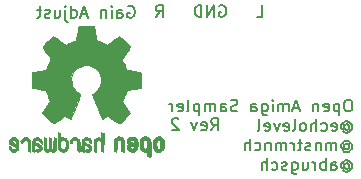
<source format=gbr>
%TF.GenerationSoftware,KiCad,Pcbnew,(5.1.6)-1*%
%TF.CreationDate,2020-08-13T12:17:14+01:00*%
%TF.ProjectId,open-amiga-sampler-smd,6f70656e-2d61-46d6-9967-612d73616d70,rev?*%
%TF.SameCoordinates,Original*%
%TF.FileFunction,Legend,Bot*%
%TF.FilePolarity,Positive*%
%FSLAX46Y46*%
G04 Gerber Fmt 4.6, Leading zero omitted, Abs format (unit mm)*
G04 Created by KiCad (PCBNEW (5.1.6)-1) date 2020-08-13 12:17:14*
%MOMM*%
%LPD*%
G01*
G04 APERTURE LIST*
%ADD10C,0.150000*%
%ADD11C,0.010000*%
G04 APERTURE END LIST*
D10*
X103592142Y-142946380D02*
X103925476Y-142470190D01*
X104163571Y-142946380D02*
X104163571Y-141946380D01*
X103782619Y-141946380D01*
X103687380Y-141994000D01*
X103639761Y-142041619D01*
X103592142Y-142136857D01*
X103592142Y-142279714D01*
X103639761Y-142374952D01*
X103687380Y-142422571D01*
X103782619Y-142470190D01*
X104163571Y-142470190D01*
X102782619Y-142898761D02*
X102877857Y-142946380D01*
X103068333Y-142946380D01*
X103163571Y-142898761D01*
X103211190Y-142803523D01*
X103211190Y-142422571D01*
X103163571Y-142327333D01*
X103068333Y-142279714D01*
X102877857Y-142279714D01*
X102782619Y-142327333D01*
X102735000Y-142422571D01*
X102735000Y-142517809D01*
X103211190Y-142613047D01*
X102401666Y-142279714D02*
X102163571Y-142946380D01*
X101925476Y-142279714D01*
X100830238Y-142041619D02*
X100782619Y-141994000D01*
X100687380Y-141946380D01*
X100449285Y-141946380D01*
X100354047Y-141994000D01*
X100306428Y-142041619D01*
X100258809Y-142136857D01*
X100258809Y-142232095D01*
X100306428Y-142374952D01*
X100877857Y-142946380D01*
X100258809Y-142946380D01*
X96551309Y-132469000D02*
X96646547Y-132421380D01*
X96789404Y-132421380D01*
X96932261Y-132469000D01*
X97027500Y-132564238D01*
X97075119Y-132659476D01*
X97122738Y-132849952D01*
X97122738Y-132992809D01*
X97075119Y-133183285D01*
X97027500Y-133278523D01*
X96932261Y-133373761D01*
X96789404Y-133421380D01*
X96694166Y-133421380D01*
X96551309Y-133373761D01*
X96503690Y-133326142D01*
X96503690Y-132992809D01*
X96694166Y-132992809D01*
X95646547Y-133421380D02*
X95646547Y-132897571D01*
X95694166Y-132802333D01*
X95789404Y-132754714D01*
X95979880Y-132754714D01*
X96075119Y-132802333D01*
X95646547Y-133373761D02*
X95741785Y-133421380D01*
X95979880Y-133421380D01*
X96075119Y-133373761D01*
X96122738Y-133278523D01*
X96122738Y-133183285D01*
X96075119Y-133088047D01*
X95979880Y-133040428D01*
X95741785Y-133040428D01*
X95646547Y-132992809D01*
X95170357Y-133421380D02*
X95170357Y-132754714D01*
X95170357Y-132421380D02*
X95217976Y-132469000D01*
X95170357Y-132516619D01*
X95122738Y-132469000D01*
X95170357Y-132421380D01*
X95170357Y-132516619D01*
X94694166Y-132754714D02*
X94694166Y-133421380D01*
X94694166Y-132849952D02*
X94646547Y-132802333D01*
X94551309Y-132754714D01*
X94408452Y-132754714D01*
X94313214Y-132802333D01*
X94265595Y-132897571D01*
X94265595Y-133421380D01*
X93075119Y-133135666D02*
X92598928Y-133135666D01*
X93170357Y-133421380D02*
X92837023Y-132421380D01*
X92503690Y-133421380D01*
X91741785Y-133421380D02*
X91741785Y-132421380D01*
X91741785Y-133373761D02*
X91837023Y-133421380D01*
X92027500Y-133421380D01*
X92122738Y-133373761D01*
X92170357Y-133326142D01*
X92217976Y-133230904D01*
X92217976Y-132945190D01*
X92170357Y-132849952D01*
X92122738Y-132802333D01*
X92027500Y-132754714D01*
X91837023Y-132754714D01*
X91741785Y-132802333D01*
X91265595Y-132754714D02*
X91265595Y-133611857D01*
X91313214Y-133707095D01*
X91408452Y-133754714D01*
X91456071Y-133754714D01*
X91265595Y-132421380D02*
X91313214Y-132469000D01*
X91265595Y-132516619D01*
X91217976Y-132469000D01*
X91265595Y-132421380D01*
X91265595Y-132516619D01*
X90360833Y-132754714D02*
X90360833Y-133421380D01*
X90789404Y-132754714D02*
X90789404Y-133278523D01*
X90741785Y-133373761D01*
X90646547Y-133421380D01*
X90503690Y-133421380D01*
X90408452Y-133373761D01*
X90360833Y-133326142D01*
X89932261Y-133373761D02*
X89837023Y-133421380D01*
X89646547Y-133421380D01*
X89551309Y-133373761D01*
X89503690Y-133278523D01*
X89503690Y-133230904D01*
X89551309Y-133135666D01*
X89646547Y-133088047D01*
X89789404Y-133088047D01*
X89884642Y-133040428D01*
X89932261Y-132945190D01*
X89932261Y-132897571D01*
X89884642Y-132802333D01*
X89789404Y-132754714D01*
X89646547Y-132754714D01*
X89551309Y-132802333D01*
X89217976Y-132754714D02*
X88837023Y-132754714D01*
X89075119Y-132421380D02*
X89075119Y-133278523D01*
X89027500Y-133373761D01*
X88932261Y-133421380D01*
X88837023Y-133421380D01*
X107441500Y-133357880D02*
X107917690Y-133357880D01*
X107917690Y-132357880D01*
X104298642Y-132405500D02*
X104393880Y-132357880D01*
X104536738Y-132357880D01*
X104679595Y-132405500D01*
X104774833Y-132500738D01*
X104822452Y-132595976D01*
X104870071Y-132786452D01*
X104870071Y-132929309D01*
X104822452Y-133119785D01*
X104774833Y-133215023D01*
X104679595Y-133310261D01*
X104536738Y-133357880D01*
X104441500Y-133357880D01*
X104298642Y-133310261D01*
X104251023Y-133262642D01*
X104251023Y-132929309D01*
X104441500Y-132929309D01*
X103822452Y-133357880D02*
X103822452Y-132357880D01*
X103251023Y-133357880D01*
X103251023Y-132357880D01*
X102774833Y-133357880D02*
X102774833Y-132357880D01*
X102536738Y-132357880D01*
X102393880Y-132405500D01*
X102298642Y-132500738D01*
X102251023Y-132595976D01*
X102203404Y-132786452D01*
X102203404Y-132929309D01*
X102251023Y-133119785D01*
X102298642Y-133215023D01*
X102393880Y-133310261D01*
X102536738Y-133357880D01*
X102774833Y-133357880D01*
X98917690Y-133357880D02*
X99251023Y-132881690D01*
X99489119Y-133357880D02*
X99489119Y-132357880D01*
X99108166Y-132357880D01*
X99012928Y-132405500D01*
X98965309Y-132453119D01*
X98917690Y-132548357D01*
X98917690Y-132691214D01*
X98965309Y-132786452D01*
X99012928Y-132834071D01*
X99108166Y-132881690D01*
X99489119Y-132881690D01*
X115297928Y-140360380D02*
X115107452Y-140360380D01*
X115012214Y-140408000D01*
X114916976Y-140503238D01*
X114869357Y-140693714D01*
X114869357Y-141027047D01*
X114916976Y-141217523D01*
X115012214Y-141312761D01*
X115107452Y-141360380D01*
X115297928Y-141360380D01*
X115393166Y-141312761D01*
X115488404Y-141217523D01*
X115536023Y-141027047D01*
X115536023Y-140693714D01*
X115488404Y-140503238D01*
X115393166Y-140408000D01*
X115297928Y-140360380D01*
X114440785Y-140693714D02*
X114440785Y-141693714D01*
X114440785Y-140741333D02*
X114345547Y-140693714D01*
X114155071Y-140693714D01*
X114059833Y-140741333D01*
X114012214Y-140788952D01*
X113964595Y-140884190D01*
X113964595Y-141169904D01*
X114012214Y-141265142D01*
X114059833Y-141312761D01*
X114155071Y-141360380D01*
X114345547Y-141360380D01*
X114440785Y-141312761D01*
X113155071Y-141312761D02*
X113250309Y-141360380D01*
X113440785Y-141360380D01*
X113536023Y-141312761D01*
X113583642Y-141217523D01*
X113583642Y-140836571D01*
X113536023Y-140741333D01*
X113440785Y-140693714D01*
X113250309Y-140693714D01*
X113155071Y-140741333D01*
X113107452Y-140836571D01*
X113107452Y-140931809D01*
X113583642Y-141027047D01*
X112678880Y-140693714D02*
X112678880Y-141360380D01*
X112678880Y-140788952D02*
X112631261Y-140741333D01*
X112536023Y-140693714D01*
X112393166Y-140693714D01*
X112297928Y-140741333D01*
X112250309Y-140836571D01*
X112250309Y-141360380D01*
X111059833Y-141074666D02*
X110583642Y-141074666D01*
X111155071Y-141360380D02*
X110821738Y-140360380D01*
X110488404Y-141360380D01*
X110155071Y-141360380D02*
X110155071Y-140693714D01*
X110155071Y-140788952D02*
X110107452Y-140741333D01*
X110012214Y-140693714D01*
X109869357Y-140693714D01*
X109774119Y-140741333D01*
X109726500Y-140836571D01*
X109726500Y-141360380D01*
X109726500Y-140836571D02*
X109678880Y-140741333D01*
X109583642Y-140693714D01*
X109440785Y-140693714D01*
X109345547Y-140741333D01*
X109297928Y-140836571D01*
X109297928Y-141360380D01*
X108821738Y-141360380D02*
X108821738Y-140693714D01*
X108821738Y-140360380D02*
X108869357Y-140408000D01*
X108821738Y-140455619D01*
X108774119Y-140408000D01*
X108821738Y-140360380D01*
X108821738Y-140455619D01*
X107916976Y-140693714D02*
X107916976Y-141503238D01*
X107964595Y-141598476D01*
X108012214Y-141646095D01*
X108107452Y-141693714D01*
X108250309Y-141693714D01*
X108345547Y-141646095D01*
X107916976Y-141312761D02*
X108012214Y-141360380D01*
X108202690Y-141360380D01*
X108297928Y-141312761D01*
X108345547Y-141265142D01*
X108393166Y-141169904D01*
X108393166Y-140884190D01*
X108345547Y-140788952D01*
X108297928Y-140741333D01*
X108202690Y-140693714D01*
X108012214Y-140693714D01*
X107916976Y-140741333D01*
X107012214Y-141360380D02*
X107012214Y-140836571D01*
X107059833Y-140741333D01*
X107155071Y-140693714D01*
X107345547Y-140693714D01*
X107440785Y-140741333D01*
X107012214Y-141312761D02*
X107107452Y-141360380D01*
X107345547Y-141360380D01*
X107440785Y-141312761D01*
X107488404Y-141217523D01*
X107488404Y-141122285D01*
X107440785Y-141027047D01*
X107345547Y-140979428D01*
X107107452Y-140979428D01*
X107012214Y-140931809D01*
X105821738Y-141312761D02*
X105678880Y-141360380D01*
X105440785Y-141360380D01*
X105345547Y-141312761D01*
X105297928Y-141265142D01*
X105250309Y-141169904D01*
X105250309Y-141074666D01*
X105297928Y-140979428D01*
X105345547Y-140931809D01*
X105440785Y-140884190D01*
X105631261Y-140836571D01*
X105726500Y-140788952D01*
X105774119Y-140741333D01*
X105821738Y-140646095D01*
X105821738Y-140550857D01*
X105774119Y-140455619D01*
X105726500Y-140408000D01*
X105631261Y-140360380D01*
X105393166Y-140360380D01*
X105250309Y-140408000D01*
X104393166Y-141360380D02*
X104393166Y-140836571D01*
X104440785Y-140741333D01*
X104536023Y-140693714D01*
X104726500Y-140693714D01*
X104821738Y-140741333D01*
X104393166Y-141312761D02*
X104488404Y-141360380D01*
X104726500Y-141360380D01*
X104821738Y-141312761D01*
X104869357Y-141217523D01*
X104869357Y-141122285D01*
X104821738Y-141027047D01*
X104726500Y-140979428D01*
X104488404Y-140979428D01*
X104393166Y-140931809D01*
X103916976Y-141360380D02*
X103916976Y-140693714D01*
X103916976Y-140788952D02*
X103869357Y-140741333D01*
X103774119Y-140693714D01*
X103631261Y-140693714D01*
X103536023Y-140741333D01*
X103488404Y-140836571D01*
X103488404Y-141360380D01*
X103488404Y-140836571D02*
X103440785Y-140741333D01*
X103345547Y-140693714D01*
X103202690Y-140693714D01*
X103107452Y-140741333D01*
X103059833Y-140836571D01*
X103059833Y-141360380D01*
X102583642Y-140693714D02*
X102583642Y-141693714D01*
X102583642Y-140741333D02*
X102488404Y-140693714D01*
X102297928Y-140693714D01*
X102202690Y-140741333D01*
X102155071Y-140788952D01*
X102107452Y-140884190D01*
X102107452Y-141169904D01*
X102155071Y-141265142D01*
X102202690Y-141312761D01*
X102297928Y-141360380D01*
X102488404Y-141360380D01*
X102583642Y-141312761D01*
X101536023Y-141360380D02*
X101631261Y-141312761D01*
X101678880Y-141217523D01*
X101678880Y-140360380D01*
X100774119Y-141312761D02*
X100869357Y-141360380D01*
X101059833Y-141360380D01*
X101155071Y-141312761D01*
X101202690Y-141217523D01*
X101202690Y-140836571D01*
X101155071Y-140741333D01*
X101059833Y-140693714D01*
X100869357Y-140693714D01*
X100774119Y-140741333D01*
X100726500Y-140836571D01*
X100726500Y-140931809D01*
X101202690Y-141027047D01*
X100297928Y-141360380D02*
X100297928Y-140693714D01*
X100297928Y-140884190D02*
X100250309Y-140788952D01*
X100202690Y-140741333D01*
X100107452Y-140693714D01*
X100012214Y-140693714D01*
X114869357Y-142534190D02*
X114916976Y-142486571D01*
X115012214Y-142438952D01*
X115107452Y-142438952D01*
X115202690Y-142486571D01*
X115250309Y-142534190D01*
X115297928Y-142629428D01*
X115297928Y-142724666D01*
X115250309Y-142819904D01*
X115202690Y-142867523D01*
X115107452Y-142915142D01*
X115012214Y-142915142D01*
X114916976Y-142867523D01*
X114869357Y-142819904D01*
X114869357Y-142438952D02*
X114869357Y-142819904D01*
X114821738Y-142867523D01*
X114774119Y-142867523D01*
X114678880Y-142819904D01*
X114631261Y-142724666D01*
X114631261Y-142486571D01*
X114726500Y-142343714D01*
X114869357Y-142248476D01*
X115059833Y-142200857D01*
X115250309Y-142248476D01*
X115393166Y-142343714D01*
X115488404Y-142486571D01*
X115536023Y-142677047D01*
X115488404Y-142867523D01*
X115393166Y-143010380D01*
X115250309Y-143105619D01*
X115059833Y-143153238D01*
X114869357Y-143105619D01*
X114726500Y-143010380D01*
X113821738Y-142962761D02*
X113916976Y-143010380D01*
X114107452Y-143010380D01*
X114202690Y-142962761D01*
X114250309Y-142867523D01*
X114250309Y-142486571D01*
X114202690Y-142391333D01*
X114107452Y-142343714D01*
X113916976Y-142343714D01*
X113821738Y-142391333D01*
X113774119Y-142486571D01*
X113774119Y-142581809D01*
X114250309Y-142677047D01*
X112916976Y-142962761D02*
X113012214Y-143010380D01*
X113202690Y-143010380D01*
X113297928Y-142962761D01*
X113345547Y-142915142D01*
X113393166Y-142819904D01*
X113393166Y-142534190D01*
X113345547Y-142438952D01*
X113297928Y-142391333D01*
X113202690Y-142343714D01*
X113012214Y-142343714D01*
X112916976Y-142391333D01*
X112488404Y-143010380D02*
X112488404Y-142010380D01*
X112059833Y-143010380D02*
X112059833Y-142486571D01*
X112107452Y-142391333D01*
X112202690Y-142343714D01*
X112345547Y-142343714D01*
X112440785Y-142391333D01*
X112488404Y-142438952D01*
X111440785Y-143010380D02*
X111536023Y-142962761D01*
X111583642Y-142915142D01*
X111631261Y-142819904D01*
X111631261Y-142534190D01*
X111583642Y-142438952D01*
X111536023Y-142391333D01*
X111440785Y-142343714D01*
X111297928Y-142343714D01*
X111202690Y-142391333D01*
X111155071Y-142438952D01*
X111107452Y-142534190D01*
X111107452Y-142819904D01*
X111155071Y-142915142D01*
X111202690Y-142962761D01*
X111297928Y-143010380D01*
X111440785Y-143010380D01*
X110536023Y-143010380D02*
X110631261Y-142962761D01*
X110678880Y-142867523D01*
X110678880Y-142010380D01*
X109774119Y-142962761D02*
X109869357Y-143010380D01*
X110059833Y-143010380D01*
X110155071Y-142962761D01*
X110202690Y-142867523D01*
X110202690Y-142486571D01*
X110155071Y-142391333D01*
X110059833Y-142343714D01*
X109869357Y-142343714D01*
X109774119Y-142391333D01*
X109726500Y-142486571D01*
X109726500Y-142581809D01*
X110202690Y-142677047D01*
X109393166Y-142343714D02*
X109155071Y-143010380D01*
X108916976Y-142343714D01*
X108155071Y-142962761D02*
X108250309Y-143010380D01*
X108440785Y-143010380D01*
X108536023Y-142962761D01*
X108583642Y-142867523D01*
X108583642Y-142486571D01*
X108536023Y-142391333D01*
X108440785Y-142343714D01*
X108250309Y-142343714D01*
X108155071Y-142391333D01*
X108107452Y-142486571D01*
X108107452Y-142581809D01*
X108583642Y-142677047D01*
X107536023Y-143010380D02*
X107631261Y-142962761D01*
X107678880Y-142867523D01*
X107678880Y-142010380D01*
X114869357Y-144184190D02*
X114916976Y-144136571D01*
X115012214Y-144088952D01*
X115107452Y-144088952D01*
X115202690Y-144136571D01*
X115250309Y-144184190D01*
X115297928Y-144279428D01*
X115297928Y-144374666D01*
X115250309Y-144469904D01*
X115202690Y-144517523D01*
X115107452Y-144565142D01*
X115012214Y-144565142D01*
X114916976Y-144517523D01*
X114869357Y-144469904D01*
X114869357Y-144088952D02*
X114869357Y-144469904D01*
X114821738Y-144517523D01*
X114774119Y-144517523D01*
X114678880Y-144469904D01*
X114631261Y-144374666D01*
X114631261Y-144136571D01*
X114726500Y-143993714D01*
X114869357Y-143898476D01*
X115059833Y-143850857D01*
X115250309Y-143898476D01*
X115393166Y-143993714D01*
X115488404Y-144136571D01*
X115536023Y-144327047D01*
X115488404Y-144517523D01*
X115393166Y-144660380D01*
X115250309Y-144755619D01*
X115059833Y-144803238D01*
X114869357Y-144755619D01*
X114726500Y-144660380D01*
X114202690Y-144660380D02*
X114202690Y-143993714D01*
X114202690Y-144088952D02*
X114155071Y-144041333D01*
X114059833Y-143993714D01*
X113916976Y-143993714D01*
X113821738Y-144041333D01*
X113774119Y-144136571D01*
X113774119Y-144660380D01*
X113774119Y-144136571D02*
X113726500Y-144041333D01*
X113631261Y-143993714D01*
X113488404Y-143993714D01*
X113393166Y-144041333D01*
X113345547Y-144136571D01*
X113345547Y-144660380D01*
X112869357Y-143993714D02*
X112869357Y-144660380D01*
X112869357Y-144088952D02*
X112821738Y-144041333D01*
X112726500Y-143993714D01*
X112583642Y-143993714D01*
X112488404Y-144041333D01*
X112440785Y-144136571D01*
X112440785Y-144660380D01*
X112012214Y-144612761D02*
X111916976Y-144660380D01*
X111726500Y-144660380D01*
X111631261Y-144612761D01*
X111583642Y-144517523D01*
X111583642Y-144469904D01*
X111631261Y-144374666D01*
X111726500Y-144327047D01*
X111869357Y-144327047D01*
X111964595Y-144279428D01*
X112012214Y-144184190D01*
X112012214Y-144136571D01*
X111964595Y-144041333D01*
X111869357Y-143993714D01*
X111726500Y-143993714D01*
X111631261Y-144041333D01*
X111297928Y-143993714D02*
X110916976Y-143993714D01*
X111155071Y-143660380D02*
X111155071Y-144517523D01*
X111107452Y-144612761D01*
X111012214Y-144660380D01*
X110916976Y-144660380D01*
X110583642Y-144660380D02*
X110583642Y-143993714D01*
X110583642Y-144184190D02*
X110536023Y-144088952D01*
X110488404Y-144041333D01*
X110393166Y-143993714D01*
X110297928Y-143993714D01*
X109964595Y-144660380D02*
X109964595Y-143993714D01*
X109964595Y-144088952D02*
X109916976Y-144041333D01*
X109821738Y-143993714D01*
X109678880Y-143993714D01*
X109583642Y-144041333D01*
X109536023Y-144136571D01*
X109536023Y-144660380D01*
X109536023Y-144136571D02*
X109488404Y-144041333D01*
X109393166Y-143993714D01*
X109250309Y-143993714D01*
X109155071Y-144041333D01*
X109107452Y-144136571D01*
X109107452Y-144660380D01*
X108631261Y-143993714D02*
X108631261Y-144660380D01*
X108631261Y-144088952D02*
X108583642Y-144041333D01*
X108488404Y-143993714D01*
X108345547Y-143993714D01*
X108250309Y-144041333D01*
X108202690Y-144136571D01*
X108202690Y-144660380D01*
X107297928Y-144612761D02*
X107393166Y-144660380D01*
X107583642Y-144660380D01*
X107678880Y-144612761D01*
X107726500Y-144565142D01*
X107774119Y-144469904D01*
X107774119Y-144184190D01*
X107726500Y-144088952D01*
X107678880Y-144041333D01*
X107583642Y-143993714D01*
X107393166Y-143993714D01*
X107297928Y-144041333D01*
X106869357Y-144660380D02*
X106869357Y-143660380D01*
X106440785Y-144660380D02*
X106440785Y-144136571D01*
X106488404Y-144041333D01*
X106583642Y-143993714D01*
X106726500Y-143993714D01*
X106821738Y-144041333D01*
X106869357Y-144088952D01*
X114869357Y-145834190D02*
X114916976Y-145786571D01*
X115012214Y-145738952D01*
X115107452Y-145738952D01*
X115202690Y-145786571D01*
X115250309Y-145834190D01*
X115297928Y-145929428D01*
X115297928Y-146024666D01*
X115250309Y-146119904D01*
X115202690Y-146167523D01*
X115107452Y-146215142D01*
X115012214Y-146215142D01*
X114916976Y-146167523D01*
X114869357Y-146119904D01*
X114869357Y-145738952D02*
X114869357Y-146119904D01*
X114821738Y-146167523D01*
X114774119Y-146167523D01*
X114678880Y-146119904D01*
X114631261Y-146024666D01*
X114631261Y-145786571D01*
X114726500Y-145643714D01*
X114869357Y-145548476D01*
X115059833Y-145500857D01*
X115250309Y-145548476D01*
X115393166Y-145643714D01*
X115488404Y-145786571D01*
X115536023Y-145977047D01*
X115488404Y-146167523D01*
X115393166Y-146310380D01*
X115250309Y-146405619D01*
X115059833Y-146453238D01*
X114869357Y-146405619D01*
X114726500Y-146310380D01*
X113774119Y-146310380D02*
X113774119Y-145786571D01*
X113821738Y-145691333D01*
X113916976Y-145643714D01*
X114107452Y-145643714D01*
X114202690Y-145691333D01*
X113774119Y-146262761D02*
X113869357Y-146310380D01*
X114107452Y-146310380D01*
X114202690Y-146262761D01*
X114250309Y-146167523D01*
X114250309Y-146072285D01*
X114202690Y-145977047D01*
X114107452Y-145929428D01*
X113869357Y-145929428D01*
X113774119Y-145881809D01*
X113297928Y-146310380D02*
X113297928Y-145310380D01*
X113297928Y-145691333D02*
X113202690Y-145643714D01*
X113012214Y-145643714D01*
X112916976Y-145691333D01*
X112869357Y-145738952D01*
X112821738Y-145834190D01*
X112821738Y-146119904D01*
X112869357Y-146215142D01*
X112916976Y-146262761D01*
X113012214Y-146310380D01*
X113202690Y-146310380D01*
X113297928Y-146262761D01*
X112393166Y-146310380D02*
X112393166Y-145643714D01*
X112393166Y-145834190D02*
X112345547Y-145738952D01*
X112297928Y-145691333D01*
X112202690Y-145643714D01*
X112107452Y-145643714D01*
X111345547Y-145643714D02*
X111345547Y-146310380D01*
X111774119Y-145643714D02*
X111774119Y-146167523D01*
X111726500Y-146262761D01*
X111631261Y-146310380D01*
X111488404Y-146310380D01*
X111393166Y-146262761D01*
X111345547Y-146215142D01*
X110440785Y-145643714D02*
X110440785Y-146453238D01*
X110488404Y-146548476D01*
X110536023Y-146596095D01*
X110631261Y-146643714D01*
X110774119Y-146643714D01*
X110869357Y-146596095D01*
X110440785Y-146262761D02*
X110536023Y-146310380D01*
X110726500Y-146310380D01*
X110821738Y-146262761D01*
X110869357Y-146215142D01*
X110916976Y-146119904D01*
X110916976Y-145834190D01*
X110869357Y-145738952D01*
X110821738Y-145691333D01*
X110726500Y-145643714D01*
X110536023Y-145643714D01*
X110440785Y-145691333D01*
X110012214Y-146262761D02*
X109916976Y-146310380D01*
X109726500Y-146310380D01*
X109631261Y-146262761D01*
X109583642Y-146167523D01*
X109583642Y-146119904D01*
X109631261Y-146024666D01*
X109726500Y-145977047D01*
X109869357Y-145977047D01*
X109964595Y-145929428D01*
X110012214Y-145834190D01*
X110012214Y-145786571D01*
X109964595Y-145691333D01*
X109869357Y-145643714D01*
X109726500Y-145643714D01*
X109631261Y-145691333D01*
X108726500Y-146262761D02*
X108821738Y-146310380D01*
X109012214Y-146310380D01*
X109107452Y-146262761D01*
X109155071Y-146215142D01*
X109202690Y-146119904D01*
X109202690Y-145834190D01*
X109155071Y-145738952D01*
X109107452Y-145691333D01*
X109012214Y-145643714D01*
X108821738Y-145643714D01*
X108726500Y-145691333D01*
X108297928Y-146310380D02*
X108297928Y-145310380D01*
X107869357Y-146310380D02*
X107869357Y-145786571D01*
X107916976Y-145691333D01*
X108012214Y-145643714D01*
X108155071Y-145643714D01*
X108250309Y-145691333D01*
X108297928Y-145738952D01*
D11*
%TO.C,REF\u002A\u002A*%
G36*
X92818486Y-134089498D02*
G01*
X92660494Y-134090363D01*
X92546153Y-134092705D01*
X92468093Y-134097262D01*
X92418946Y-134104770D01*
X92391341Y-134115966D01*
X92377908Y-134131588D01*
X92371279Y-134152373D01*
X92370635Y-134155063D01*
X92360565Y-134203613D01*
X92341925Y-134299405D01*
X92316655Y-134432243D01*
X92286693Y-134591931D01*
X92253978Y-134768274D01*
X92252836Y-134774467D01*
X92220067Y-134947282D01*
X92189407Y-135099969D01*
X92162836Y-135223371D01*
X92142333Y-135308331D01*
X92129874Y-135345690D01*
X92129280Y-135346352D01*
X92092581Y-135364595D01*
X92016914Y-135394997D01*
X91918622Y-135430993D01*
X91918075Y-135431185D01*
X91794267Y-135477722D01*
X91648304Y-135537004D01*
X91510719Y-135596609D01*
X91504207Y-135599556D01*
X91280110Y-135701265D01*
X90783881Y-135362397D01*
X90631654Y-135259092D01*
X90493759Y-135166737D01*
X90378185Y-135090584D01*
X90292921Y-135035885D01*
X90245956Y-135007893D01*
X90241496Y-135005817D01*
X90207366Y-135015060D01*
X90143619Y-135059656D01*
X90047769Y-135141709D01*
X89917331Y-135263321D01*
X89784172Y-135392705D01*
X89655806Y-135520202D01*
X89540919Y-135636546D01*
X89446427Y-135734552D01*
X89379247Y-135807036D01*
X89346294Y-135846813D01*
X89345068Y-135848861D01*
X89341426Y-135876156D01*
X89355150Y-135920734D01*
X89389631Y-135988612D01*
X89448261Y-136085811D01*
X89534430Y-136218351D01*
X89649300Y-136388976D01*
X89751246Y-136539155D01*
X89842377Y-136673850D01*
X89917427Y-136785240D01*
X89971131Y-136865505D01*
X89998220Y-136906825D01*
X89999926Y-136909630D01*
X89996618Y-136949221D01*
X89971547Y-137026169D01*
X89929702Y-137125932D01*
X89914788Y-137157791D01*
X89849714Y-137299726D01*
X89780288Y-137460773D01*
X89723891Y-137600121D01*
X89683253Y-137703544D01*
X89650974Y-137782142D01*
X89632322Y-137823220D01*
X89630003Y-137826385D01*
X89595697Y-137831628D01*
X89514831Y-137845994D01*
X89398157Y-137867437D01*
X89256425Y-137893913D01*
X89100390Y-137923377D01*
X88940802Y-137953783D01*
X88788415Y-137983088D01*
X88653979Y-138009245D01*
X88548248Y-138030210D01*
X88481974Y-138043939D01*
X88465718Y-138047820D01*
X88448927Y-138057400D01*
X88436251Y-138079036D01*
X88427122Y-138120031D01*
X88420969Y-138187689D01*
X88417220Y-138289312D01*
X88415308Y-138432203D01*
X88414660Y-138623665D01*
X88414626Y-138702145D01*
X88414626Y-139340406D01*
X88567902Y-139370660D01*
X88653178Y-139387064D01*
X88780430Y-139411009D01*
X88934185Y-139439607D01*
X89098966Y-139469967D01*
X89144511Y-139478306D01*
X89296568Y-139507870D01*
X89429032Y-139536942D01*
X89530786Y-139562829D01*
X89590712Y-139582837D01*
X89600695Y-139588801D01*
X89625207Y-139631034D01*
X89660352Y-139712870D01*
X89699327Y-139818183D01*
X89707058Y-139840868D01*
X89758140Y-139981518D01*
X89821546Y-140140214D01*
X89883596Y-140282725D01*
X89883902Y-140283386D01*
X89987233Y-140506940D01*
X89307539Y-141506732D01*
X89743879Y-141943800D01*
X89875851Y-142073881D01*
X89996221Y-142188548D01*
X90098227Y-142281681D01*
X90175109Y-142347158D01*
X90220107Y-142378857D01*
X90226562Y-142380868D01*
X90264460Y-142365029D01*
X90341792Y-142320996D01*
X90450111Y-142253990D01*
X90580968Y-142169234D01*
X90722448Y-142074316D01*
X90866039Y-141977498D01*
X90994065Y-141893251D01*
X91098395Y-141826758D01*
X91170900Y-141783202D01*
X91203342Y-141767764D01*
X91242924Y-141780828D01*
X91317981Y-141815250D01*
X91413032Y-141863880D01*
X91423108Y-141869285D01*
X91551109Y-141933480D01*
X91638882Y-141964963D01*
X91693472Y-141965298D01*
X91721925Y-141936048D01*
X91722090Y-141935638D01*
X91736312Y-141900998D01*
X91770231Y-141818769D01*
X91821216Y-141695314D01*
X91886638Y-141536998D01*
X91963866Y-141350186D01*
X92050271Y-141141242D01*
X92133949Y-140938946D01*
X92225912Y-140715700D01*
X92310350Y-140508892D01*
X92384731Y-140324862D01*
X92446526Y-140169951D01*
X92493203Y-140050496D01*
X92522232Y-139972839D01*
X92531178Y-139943856D01*
X92508744Y-139910610D01*
X92450061Y-139857623D01*
X92371811Y-139799204D01*
X92148966Y-139614452D01*
X91974782Y-139402682D01*
X91851346Y-139168356D01*
X91780746Y-138915934D01*
X91765069Y-138649877D01*
X91776464Y-138527075D01*
X91838550Y-138272293D01*
X91945477Y-138047301D01*
X92090611Y-137854317D01*
X92267322Y-137695561D01*
X92468978Y-137573250D01*
X92688946Y-137489605D01*
X92920594Y-137446844D01*
X93157291Y-137447187D01*
X93392405Y-137492852D01*
X93619304Y-137586059D01*
X93831356Y-137729027D01*
X93919864Y-137809883D01*
X94089611Y-138017507D01*
X94207801Y-138244395D01*
X94275222Y-138483933D01*
X94292660Y-138729507D01*
X94260902Y-138974503D01*
X94180735Y-139212308D01*
X94052945Y-139436307D01*
X93878320Y-139639887D01*
X93683188Y-139799204D01*
X93601909Y-139860102D01*
X93544491Y-139912515D01*
X93523822Y-139943906D01*
X93534644Y-139978139D01*
X93565423Y-140059919D01*
X93613626Y-140182907D01*
X93676722Y-140340763D01*
X93752178Y-140527149D01*
X93837462Y-140735726D01*
X93921281Y-140938996D01*
X94013755Y-141162433D01*
X94099411Y-141369484D01*
X94175618Y-141553786D01*
X94239747Y-141708975D01*
X94289168Y-141828688D01*
X94321252Y-141906561D01*
X94333141Y-141935638D01*
X94361226Y-141965177D01*
X94415551Y-141965091D01*
X94503105Y-141933826D01*
X94630881Y-141869829D01*
X94631892Y-141869285D01*
X94728098Y-141819621D01*
X94805869Y-141783445D01*
X94849723Y-141767908D01*
X94851658Y-141767764D01*
X94884671Y-141783524D01*
X94957554Y-141827350D01*
X95062178Y-141894057D01*
X95190410Y-141978464D01*
X95332552Y-142074316D01*
X95477267Y-142171367D01*
X95607696Y-142255770D01*
X95715390Y-142322301D01*
X95791902Y-142365738D01*
X95828438Y-142380868D01*
X95862082Y-142360982D01*
X95929724Y-142305403D01*
X96024607Y-142220254D01*
X96139970Y-142111653D01*
X96269055Y-141985721D01*
X96311271Y-141943649D01*
X96747761Y-141506431D01*
X96415523Y-141018840D01*
X96314554Y-140869105D01*
X96225938Y-140734720D01*
X96154646Y-140623469D01*
X96105650Y-140543139D01*
X96083922Y-140501514D01*
X96083285Y-140498553D01*
X96094740Y-140459318D01*
X96125551Y-140380395D01*
X96170384Y-140275009D01*
X96201853Y-140204454D01*
X96260692Y-140069376D01*
X96316104Y-139932909D01*
X96359064Y-139817603D01*
X96370734Y-139782477D01*
X96403889Y-139688674D01*
X96436299Y-139616194D01*
X96454101Y-139588801D01*
X96493386Y-139572036D01*
X96579126Y-139548270D01*
X96700197Y-139520197D01*
X96845473Y-139490509D01*
X96910488Y-139478306D01*
X97075587Y-139447968D01*
X97233948Y-139418593D01*
X97370096Y-139393069D01*
X97468557Y-139374285D01*
X97487098Y-139370660D01*
X97640373Y-139340406D01*
X97640373Y-138702145D01*
X97640029Y-138492270D01*
X97638616Y-138333480D01*
X97635564Y-138218473D01*
X97630303Y-138139946D01*
X97622263Y-138090596D01*
X97610873Y-138063119D01*
X97595563Y-138050213D01*
X97589282Y-138047820D01*
X97551396Y-138039333D01*
X97467695Y-138022400D01*
X97348933Y-137999066D01*
X97205861Y-137971375D01*
X97049232Y-137941373D01*
X96889797Y-137911104D01*
X96738309Y-137882615D01*
X96605519Y-137857949D01*
X96502181Y-137839151D01*
X96439045Y-137828267D01*
X96424997Y-137826385D01*
X96412270Y-137801204D01*
X96384100Y-137734122D01*
X96345752Y-137637833D01*
X96331109Y-137600121D01*
X96272048Y-137454421D01*
X96202500Y-137293451D01*
X96140212Y-137157791D01*
X96094379Y-137054061D01*
X96063887Y-136968826D01*
X96053708Y-136916626D01*
X96055331Y-136909630D01*
X96076843Y-136876602D01*
X96125965Y-136803143D01*
X96197423Y-136697077D01*
X96285945Y-136566226D01*
X96386259Y-136418412D01*
X96406094Y-136389234D01*
X96522488Y-136216363D01*
X96608048Y-136084726D01*
X96666184Y-135988261D01*
X96700308Y-135920908D01*
X96713831Y-135876606D01*
X96710164Y-135849294D01*
X96710070Y-135849120D01*
X96681207Y-135813246D01*
X96617367Y-135743891D01*
X96525469Y-135648245D01*
X96412433Y-135533499D01*
X96285179Y-135406841D01*
X96270828Y-135392705D01*
X96110457Y-135237403D01*
X95986695Y-135123370D01*
X95897055Y-135048502D01*
X95839052Y-135010696D01*
X95813504Y-135005817D01*
X95776218Y-135027103D01*
X95698843Y-135076273D01*
X95589367Y-135148075D01*
X95455780Y-135237255D01*
X95306070Y-135338563D01*
X95271118Y-135362397D01*
X94774890Y-135701265D01*
X94550793Y-135599556D01*
X94414511Y-135540283D01*
X94268224Y-135480670D01*
X94142465Y-135433140D01*
X94136925Y-135431185D01*
X94038557Y-135395177D01*
X93962729Y-135364729D01*
X93925782Y-135346405D01*
X93925720Y-135346352D01*
X93913996Y-135313229D01*
X93894068Y-135231767D01*
X93867913Y-135111125D01*
X93837510Y-134960459D01*
X93804837Y-134788928D01*
X93802164Y-134774467D01*
X93769390Y-134597735D01*
X93739302Y-134437310D01*
X93713839Y-134303388D01*
X93694941Y-134206163D01*
X93684547Y-134155832D01*
X93684365Y-134155063D01*
X93678039Y-134133653D01*
X93665739Y-134117488D01*
X93640094Y-134105831D01*
X93593735Y-134097945D01*
X93519292Y-134093093D01*
X93409395Y-134090539D01*
X93256675Y-134089545D01*
X93053762Y-134089374D01*
X93027500Y-134089374D01*
X92818486Y-134089498D01*
G37*
X92818486Y-134089498D02*
X92660494Y-134090363D01*
X92546153Y-134092705D01*
X92468093Y-134097262D01*
X92418946Y-134104770D01*
X92391341Y-134115966D01*
X92377908Y-134131588D01*
X92371279Y-134152373D01*
X92370635Y-134155063D01*
X92360565Y-134203613D01*
X92341925Y-134299405D01*
X92316655Y-134432243D01*
X92286693Y-134591931D01*
X92253978Y-134768274D01*
X92252836Y-134774467D01*
X92220067Y-134947282D01*
X92189407Y-135099969D01*
X92162836Y-135223371D01*
X92142333Y-135308331D01*
X92129874Y-135345690D01*
X92129280Y-135346352D01*
X92092581Y-135364595D01*
X92016914Y-135394997D01*
X91918622Y-135430993D01*
X91918075Y-135431185D01*
X91794267Y-135477722D01*
X91648304Y-135537004D01*
X91510719Y-135596609D01*
X91504207Y-135599556D01*
X91280110Y-135701265D01*
X90783881Y-135362397D01*
X90631654Y-135259092D01*
X90493759Y-135166737D01*
X90378185Y-135090584D01*
X90292921Y-135035885D01*
X90245956Y-135007893D01*
X90241496Y-135005817D01*
X90207366Y-135015060D01*
X90143619Y-135059656D01*
X90047769Y-135141709D01*
X89917331Y-135263321D01*
X89784172Y-135392705D01*
X89655806Y-135520202D01*
X89540919Y-135636546D01*
X89446427Y-135734552D01*
X89379247Y-135807036D01*
X89346294Y-135846813D01*
X89345068Y-135848861D01*
X89341426Y-135876156D01*
X89355150Y-135920734D01*
X89389631Y-135988612D01*
X89448261Y-136085811D01*
X89534430Y-136218351D01*
X89649300Y-136388976D01*
X89751246Y-136539155D01*
X89842377Y-136673850D01*
X89917427Y-136785240D01*
X89971131Y-136865505D01*
X89998220Y-136906825D01*
X89999926Y-136909630D01*
X89996618Y-136949221D01*
X89971547Y-137026169D01*
X89929702Y-137125932D01*
X89914788Y-137157791D01*
X89849714Y-137299726D01*
X89780288Y-137460773D01*
X89723891Y-137600121D01*
X89683253Y-137703544D01*
X89650974Y-137782142D01*
X89632322Y-137823220D01*
X89630003Y-137826385D01*
X89595697Y-137831628D01*
X89514831Y-137845994D01*
X89398157Y-137867437D01*
X89256425Y-137893913D01*
X89100390Y-137923377D01*
X88940802Y-137953783D01*
X88788415Y-137983088D01*
X88653979Y-138009245D01*
X88548248Y-138030210D01*
X88481974Y-138043939D01*
X88465718Y-138047820D01*
X88448927Y-138057400D01*
X88436251Y-138079036D01*
X88427122Y-138120031D01*
X88420969Y-138187689D01*
X88417220Y-138289312D01*
X88415308Y-138432203D01*
X88414660Y-138623665D01*
X88414626Y-138702145D01*
X88414626Y-139340406D01*
X88567902Y-139370660D01*
X88653178Y-139387064D01*
X88780430Y-139411009D01*
X88934185Y-139439607D01*
X89098966Y-139469967D01*
X89144511Y-139478306D01*
X89296568Y-139507870D01*
X89429032Y-139536942D01*
X89530786Y-139562829D01*
X89590712Y-139582837D01*
X89600695Y-139588801D01*
X89625207Y-139631034D01*
X89660352Y-139712870D01*
X89699327Y-139818183D01*
X89707058Y-139840868D01*
X89758140Y-139981518D01*
X89821546Y-140140214D01*
X89883596Y-140282725D01*
X89883902Y-140283386D01*
X89987233Y-140506940D01*
X89307539Y-141506732D01*
X89743879Y-141943800D01*
X89875851Y-142073881D01*
X89996221Y-142188548D01*
X90098227Y-142281681D01*
X90175109Y-142347158D01*
X90220107Y-142378857D01*
X90226562Y-142380868D01*
X90264460Y-142365029D01*
X90341792Y-142320996D01*
X90450111Y-142253990D01*
X90580968Y-142169234D01*
X90722448Y-142074316D01*
X90866039Y-141977498D01*
X90994065Y-141893251D01*
X91098395Y-141826758D01*
X91170900Y-141783202D01*
X91203342Y-141767764D01*
X91242924Y-141780828D01*
X91317981Y-141815250D01*
X91413032Y-141863880D01*
X91423108Y-141869285D01*
X91551109Y-141933480D01*
X91638882Y-141964963D01*
X91693472Y-141965298D01*
X91721925Y-141936048D01*
X91722090Y-141935638D01*
X91736312Y-141900998D01*
X91770231Y-141818769D01*
X91821216Y-141695314D01*
X91886638Y-141536998D01*
X91963866Y-141350186D01*
X92050271Y-141141242D01*
X92133949Y-140938946D01*
X92225912Y-140715700D01*
X92310350Y-140508892D01*
X92384731Y-140324862D01*
X92446526Y-140169951D01*
X92493203Y-140050496D01*
X92522232Y-139972839D01*
X92531178Y-139943856D01*
X92508744Y-139910610D01*
X92450061Y-139857623D01*
X92371811Y-139799204D01*
X92148966Y-139614452D01*
X91974782Y-139402682D01*
X91851346Y-139168356D01*
X91780746Y-138915934D01*
X91765069Y-138649877D01*
X91776464Y-138527075D01*
X91838550Y-138272293D01*
X91945477Y-138047301D01*
X92090611Y-137854317D01*
X92267322Y-137695561D01*
X92468978Y-137573250D01*
X92688946Y-137489605D01*
X92920594Y-137446844D01*
X93157291Y-137447187D01*
X93392405Y-137492852D01*
X93619304Y-137586059D01*
X93831356Y-137729027D01*
X93919864Y-137809883D01*
X94089611Y-138017507D01*
X94207801Y-138244395D01*
X94275222Y-138483933D01*
X94292660Y-138729507D01*
X94260902Y-138974503D01*
X94180735Y-139212308D01*
X94052945Y-139436307D01*
X93878320Y-139639887D01*
X93683188Y-139799204D01*
X93601909Y-139860102D01*
X93544491Y-139912515D01*
X93523822Y-139943906D01*
X93534644Y-139978139D01*
X93565423Y-140059919D01*
X93613626Y-140182907D01*
X93676722Y-140340763D01*
X93752178Y-140527149D01*
X93837462Y-140735726D01*
X93921281Y-140938996D01*
X94013755Y-141162433D01*
X94099411Y-141369484D01*
X94175618Y-141553786D01*
X94239747Y-141708975D01*
X94289168Y-141828688D01*
X94321252Y-141906561D01*
X94333141Y-141935638D01*
X94361226Y-141965177D01*
X94415551Y-141965091D01*
X94503105Y-141933826D01*
X94630881Y-141869829D01*
X94631892Y-141869285D01*
X94728098Y-141819621D01*
X94805869Y-141783445D01*
X94849723Y-141767908D01*
X94851658Y-141767764D01*
X94884671Y-141783524D01*
X94957554Y-141827350D01*
X95062178Y-141894057D01*
X95190410Y-141978464D01*
X95332552Y-142074316D01*
X95477267Y-142171367D01*
X95607696Y-142255770D01*
X95715390Y-142322301D01*
X95791902Y-142365738D01*
X95828438Y-142380868D01*
X95862082Y-142360982D01*
X95929724Y-142305403D01*
X96024607Y-142220254D01*
X96139970Y-142111653D01*
X96269055Y-141985721D01*
X96311271Y-141943649D01*
X96747761Y-141506431D01*
X96415523Y-141018840D01*
X96314554Y-140869105D01*
X96225938Y-140734720D01*
X96154646Y-140623469D01*
X96105650Y-140543139D01*
X96083922Y-140501514D01*
X96083285Y-140498553D01*
X96094740Y-140459318D01*
X96125551Y-140380395D01*
X96170384Y-140275009D01*
X96201853Y-140204454D01*
X96260692Y-140069376D01*
X96316104Y-139932909D01*
X96359064Y-139817603D01*
X96370734Y-139782477D01*
X96403889Y-139688674D01*
X96436299Y-139616194D01*
X96454101Y-139588801D01*
X96493386Y-139572036D01*
X96579126Y-139548270D01*
X96700197Y-139520197D01*
X96845473Y-139490509D01*
X96910488Y-139478306D01*
X97075587Y-139447968D01*
X97233948Y-139418593D01*
X97370096Y-139393069D01*
X97468557Y-139374285D01*
X97487098Y-139370660D01*
X97640373Y-139340406D01*
X97640373Y-138702145D01*
X97640029Y-138492270D01*
X97638616Y-138333480D01*
X97635564Y-138218473D01*
X97630303Y-138139946D01*
X97622263Y-138090596D01*
X97610873Y-138063119D01*
X97595563Y-138050213D01*
X97589282Y-138047820D01*
X97551396Y-138039333D01*
X97467695Y-138022400D01*
X97348933Y-137999066D01*
X97205861Y-137971375D01*
X97049232Y-137941373D01*
X96889797Y-137911104D01*
X96738309Y-137882615D01*
X96605519Y-137857949D01*
X96502181Y-137839151D01*
X96439045Y-137828267D01*
X96424997Y-137826385D01*
X96412270Y-137801204D01*
X96384100Y-137734122D01*
X96345752Y-137637833D01*
X96331109Y-137600121D01*
X96272048Y-137454421D01*
X96202500Y-137293451D01*
X96140212Y-137157791D01*
X96094379Y-137054061D01*
X96063887Y-136968826D01*
X96053708Y-136916626D01*
X96055331Y-136909630D01*
X96076843Y-136876602D01*
X96125965Y-136803143D01*
X96197423Y-136697077D01*
X96285945Y-136566226D01*
X96386259Y-136418412D01*
X96406094Y-136389234D01*
X96522488Y-136216363D01*
X96608048Y-136084726D01*
X96666184Y-135988261D01*
X96700308Y-135920908D01*
X96713831Y-135876606D01*
X96710164Y-135849294D01*
X96710070Y-135849120D01*
X96681207Y-135813246D01*
X96617367Y-135743891D01*
X96525469Y-135648245D01*
X96412433Y-135533499D01*
X96285179Y-135406841D01*
X96270828Y-135392705D01*
X96110457Y-135237403D01*
X95986695Y-135123370D01*
X95897055Y-135048502D01*
X95839052Y-135010696D01*
X95813504Y-135005817D01*
X95776218Y-135027103D01*
X95698843Y-135076273D01*
X95589367Y-135148075D01*
X95455780Y-135237255D01*
X95306070Y-135338563D01*
X95271118Y-135362397D01*
X94774890Y-135701265D01*
X94550793Y-135599556D01*
X94414511Y-135540283D01*
X94268224Y-135480670D01*
X94142465Y-135433140D01*
X94136925Y-135431185D01*
X94038557Y-135395177D01*
X93962729Y-135364729D01*
X93925782Y-135346405D01*
X93925720Y-135346352D01*
X93913996Y-135313229D01*
X93894068Y-135231767D01*
X93867913Y-135111125D01*
X93837510Y-134960459D01*
X93804837Y-134788928D01*
X93802164Y-134774467D01*
X93769390Y-134597735D01*
X93739302Y-134437310D01*
X93713839Y-134303388D01*
X93694941Y-134206163D01*
X93684547Y-134155832D01*
X93684365Y-134155063D01*
X93678039Y-134133653D01*
X93665739Y-134117488D01*
X93640094Y-134105831D01*
X93593735Y-134097945D01*
X93519292Y-134093093D01*
X93409395Y-134090539D01*
X93256675Y-134089545D01*
X93053762Y-134089374D01*
X93027500Y-134089374D01*
X92818486Y-134089498D01*
G36*
X86684061Y-143593040D02*
G01*
X86568550Y-143668534D01*
X86512836Y-143736117D01*
X86468696Y-143858755D01*
X86465191Y-143955798D01*
X86473132Y-144085556D01*
X86772385Y-144216539D01*
X86917889Y-144283458D01*
X87012963Y-144337290D01*
X87062399Y-144383916D01*
X87070989Y-144429220D01*
X87043528Y-144479082D01*
X87013247Y-144512132D01*
X86925137Y-144565133D01*
X86829304Y-144568847D01*
X86741288Y-144527541D01*
X86676631Y-144445483D01*
X86665067Y-144416508D01*
X86609675Y-144326009D01*
X86545947Y-144287440D01*
X86458534Y-144254446D01*
X86458534Y-144379534D01*
X86466262Y-144464656D01*
X86496534Y-144536438D01*
X86559982Y-144618856D01*
X86569412Y-144629566D01*
X86639987Y-144702891D01*
X86700653Y-144742242D01*
X86776550Y-144760345D01*
X86839470Y-144766274D01*
X86952013Y-144767751D01*
X87032130Y-144749035D01*
X87082110Y-144721247D01*
X87160662Y-144660141D01*
X87215037Y-144594054D01*
X87249448Y-144510941D01*
X87268112Y-144398754D01*
X87275244Y-144245446D01*
X87275813Y-144167636D01*
X87273878Y-144074353D01*
X87097601Y-144074353D01*
X87095556Y-144124396D01*
X87090461Y-144132592D01*
X87056834Y-144121458D01*
X86984470Y-144091993D01*
X86887753Y-144050101D01*
X86867527Y-144041097D01*
X86745297Y-143978942D01*
X86677953Y-143924315D01*
X86663152Y-143873149D01*
X86698553Y-143821376D01*
X86727789Y-143798500D01*
X86833284Y-143752750D01*
X86932024Y-143760308D01*
X87014688Y-143816151D01*
X87071952Y-143915253D01*
X87090312Y-143993914D01*
X87097601Y-144074353D01*
X87273878Y-144074353D01*
X87272041Y-143985851D01*
X87258141Y-143851353D01*
X87230606Y-143753416D01*
X87185928Y-143681311D01*
X87120599Y-143624313D01*
X87092117Y-143605893D01*
X86962737Y-143557922D01*
X86821088Y-143554903D01*
X86684061Y-143593040D01*
G37*
X86684061Y-143593040D02*
X86568550Y-143668534D01*
X86512836Y-143736117D01*
X86468696Y-143858755D01*
X86465191Y-143955798D01*
X86473132Y-144085556D01*
X86772385Y-144216539D01*
X86917889Y-144283458D01*
X87012963Y-144337290D01*
X87062399Y-144383916D01*
X87070989Y-144429220D01*
X87043528Y-144479082D01*
X87013247Y-144512132D01*
X86925137Y-144565133D01*
X86829304Y-144568847D01*
X86741288Y-144527541D01*
X86676631Y-144445483D01*
X86665067Y-144416508D01*
X86609675Y-144326009D01*
X86545947Y-144287440D01*
X86458534Y-144254446D01*
X86458534Y-144379534D01*
X86466262Y-144464656D01*
X86496534Y-144536438D01*
X86559982Y-144618856D01*
X86569412Y-144629566D01*
X86639987Y-144702891D01*
X86700653Y-144742242D01*
X86776550Y-144760345D01*
X86839470Y-144766274D01*
X86952013Y-144767751D01*
X87032130Y-144749035D01*
X87082110Y-144721247D01*
X87160662Y-144660141D01*
X87215037Y-144594054D01*
X87249448Y-144510941D01*
X87268112Y-144398754D01*
X87275244Y-144245446D01*
X87275813Y-144167636D01*
X87273878Y-144074353D01*
X87097601Y-144074353D01*
X87095556Y-144124396D01*
X87090461Y-144132592D01*
X87056834Y-144121458D01*
X86984470Y-144091993D01*
X86887753Y-144050101D01*
X86867527Y-144041097D01*
X86745297Y-143978942D01*
X86677953Y-143924315D01*
X86663152Y-143873149D01*
X86698553Y-143821376D01*
X86727789Y-143798500D01*
X86833284Y-143752750D01*
X86932024Y-143760308D01*
X87014688Y-143816151D01*
X87071952Y-143915253D01*
X87090312Y-143993914D01*
X87097601Y-144074353D01*
X87273878Y-144074353D01*
X87272041Y-143985851D01*
X87258141Y-143851353D01*
X87230606Y-143753416D01*
X87185928Y-143681311D01*
X87120599Y-143624313D01*
X87092117Y-143605893D01*
X86962737Y-143557922D01*
X86821088Y-143554903D01*
X86684061Y-143593040D01*
G36*
X87691810Y-143576518D02*
G01*
X87656915Y-143591769D01*
X87573623Y-143657735D01*
X87502397Y-143753118D01*
X87458347Y-143854906D01*
X87451178Y-143905087D01*
X87475215Y-143975147D01*
X87527939Y-144012217D01*
X87584469Y-144034664D01*
X87610354Y-144038800D01*
X87622958Y-144008783D01*
X87647846Y-143943461D01*
X87658765Y-143913945D01*
X87719992Y-143811848D01*
X87808639Y-143760923D01*
X87922307Y-143762489D01*
X87930726Y-143764494D01*
X87991412Y-143793267D01*
X88036026Y-143849359D01*
X88066498Y-143939663D01*
X88084756Y-144071071D01*
X88092729Y-144250474D01*
X88093477Y-144345933D01*
X88093848Y-144496413D01*
X88096277Y-144598995D01*
X88102740Y-144664172D01*
X88115212Y-144702438D01*
X88135667Y-144724285D01*
X88166081Y-144740207D01*
X88167839Y-144741009D01*
X88226409Y-144765772D01*
X88255425Y-144774891D01*
X88259884Y-144747322D01*
X88263701Y-144671120D01*
X88266601Y-144556041D01*
X88268309Y-144411841D01*
X88268649Y-144306314D01*
X88266912Y-144102113D01*
X88260118Y-143947197D01*
X88245893Y-143832524D01*
X88221862Y-143749051D01*
X88185652Y-143687736D01*
X88134888Y-143639534D01*
X88084761Y-143605893D01*
X87964225Y-143561119D01*
X87823943Y-143551021D01*
X87691810Y-143576518D01*
G37*
X87691810Y-143576518D02*
X87656915Y-143591769D01*
X87573623Y-143657735D01*
X87502397Y-143753118D01*
X87458347Y-143854906D01*
X87451178Y-143905087D01*
X87475215Y-143975147D01*
X87527939Y-144012217D01*
X87584469Y-144034664D01*
X87610354Y-144038800D01*
X87622958Y-144008783D01*
X87647846Y-143943461D01*
X87658765Y-143913945D01*
X87719992Y-143811848D01*
X87808639Y-143760923D01*
X87922307Y-143762489D01*
X87930726Y-143764494D01*
X87991412Y-143793267D01*
X88036026Y-143849359D01*
X88066498Y-143939663D01*
X88084756Y-144071071D01*
X88092729Y-144250474D01*
X88093477Y-144345933D01*
X88093848Y-144496413D01*
X88096277Y-144598995D01*
X88102740Y-144664172D01*
X88115212Y-144702438D01*
X88135667Y-144724285D01*
X88166081Y-144740207D01*
X88167839Y-144741009D01*
X88226409Y-144765772D01*
X88255425Y-144774891D01*
X88259884Y-144747322D01*
X88263701Y-144671120D01*
X88266601Y-144556041D01*
X88268309Y-144411841D01*
X88268649Y-144306314D01*
X88266912Y-144102113D01*
X88260118Y-143947197D01*
X88245893Y-143832524D01*
X88221862Y-143749051D01*
X88185652Y-143687736D01*
X88134888Y-143639534D01*
X88084761Y-143605893D01*
X87964225Y-143561119D01*
X87823943Y-143551021D01*
X87691810Y-143576518D01*
G36*
X88713094Y-143571656D02*
G01*
X88629031Y-143609893D01*
X88563050Y-143656226D01*
X88514706Y-143708032D01*
X88481328Y-143774863D01*
X88460247Y-143866269D01*
X88448793Y-143991801D01*
X88444297Y-144161008D01*
X88443822Y-144272433D01*
X88443822Y-144707127D01*
X88518184Y-144741009D01*
X88576754Y-144765772D01*
X88605770Y-144774891D01*
X88611321Y-144747757D01*
X88615725Y-144674594D01*
X88618422Y-144567763D01*
X88618994Y-144482937D01*
X88621454Y-144360387D01*
X88628088Y-144263168D01*
X88637774Y-144203634D01*
X88645468Y-144190983D01*
X88697189Y-144203902D01*
X88778383Y-144237039D01*
X88872398Y-144281961D01*
X88962583Y-144330235D01*
X89032285Y-144373428D01*
X89064852Y-144403108D01*
X89064981Y-144403429D01*
X89062180Y-144458357D01*
X89037061Y-144510792D01*
X88992959Y-144553381D01*
X88928591Y-144567626D01*
X88873579Y-144565966D01*
X88795665Y-144564745D01*
X88754768Y-144582998D01*
X88730205Y-144631226D01*
X88727108Y-144640320D01*
X88716460Y-144709098D01*
X88744935Y-144750860D01*
X88819156Y-144770763D01*
X88899332Y-144774444D01*
X89043610Y-144747158D01*
X89118297Y-144708190D01*
X89210537Y-144616648D01*
X89259457Y-144504282D01*
X89263846Y-144385551D01*
X89222499Y-144274911D01*
X89160303Y-144205580D01*
X89098206Y-144166765D01*
X89000605Y-144117625D01*
X88886868Y-144067792D01*
X88867910Y-144060177D01*
X88742979Y-144005045D01*
X88670961Y-143956454D01*
X88647800Y-143908147D01*
X88669436Y-143853870D01*
X88706580Y-143811443D01*
X88794373Y-143759202D01*
X88890970Y-143755284D01*
X88979556Y-143795541D01*
X89043314Y-143875826D01*
X89051683Y-143896540D01*
X89100404Y-143972725D01*
X89171535Y-144029285D01*
X89261293Y-144075701D01*
X89261293Y-143944084D01*
X89256010Y-143863668D01*
X89233358Y-143800286D01*
X89183133Y-143732663D01*
X89134918Y-143680576D01*
X89059946Y-143606822D01*
X89001694Y-143567202D01*
X88939128Y-143551310D01*
X88868307Y-143548684D01*
X88713094Y-143571656D01*
G37*
X88713094Y-143571656D02*
X88629031Y-143609893D01*
X88563050Y-143656226D01*
X88514706Y-143708032D01*
X88481328Y-143774863D01*
X88460247Y-143866269D01*
X88448793Y-143991801D01*
X88444297Y-144161008D01*
X88443822Y-144272433D01*
X88443822Y-144707127D01*
X88518184Y-144741009D01*
X88576754Y-144765772D01*
X88605770Y-144774891D01*
X88611321Y-144747757D01*
X88615725Y-144674594D01*
X88618422Y-144567763D01*
X88618994Y-144482937D01*
X88621454Y-144360387D01*
X88628088Y-144263168D01*
X88637774Y-144203634D01*
X88645468Y-144190983D01*
X88697189Y-144203902D01*
X88778383Y-144237039D01*
X88872398Y-144281961D01*
X88962583Y-144330235D01*
X89032285Y-144373428D01*
X89064852Y-144403108D01*
X89064981Y-144403429D01*
X89062180Y-144458357D01*
X89037061Y-144510792D01*
X88992959Y-144553381D01*
X88928591Y-144567626D01*
X88873579Y-144565966D01*
X88795665Y-144564745D01*
X88754768Y-144582998D01*
X88730205Y-144631226D01*
X88727108Y-144640320D01*
X88716460Y-144709098D01*
X88744935Y-144750860D01*
X88819156Y-144770763D01*
X88899332Y-144774444D01*
X89043610Y-144747158D01*
X89118297Y-144708190D01*
X89210537Y-144616648D01*
X89259457Y-144504282D01*
X89263846Y-144385551D01*
X89222499Y-144274911D01*
X89160303Y-144205580D01*
X89098206Y-144166765D01*
X89000605Y-144117625D01*
X88886868Y-144067792D01*
X88867910Y-144060177D01*
X88742979Y-144005045D01*
X88670961Y-143956454D01*
X88647800Y-143908147D01*
X88669436Y-143853870D01*
X88706580Y-143811443D01*
X88794373Y-143759202D01*
X88890970Y-143755284D01*
X88979556Y-143795541D01*
X89043314Y-143875826D01*
X89051683Y-143896540D01*
X89100404Y-143972725D01*
X89171535Y-144029285D01*
X89261293Y-144075701D01*
X89261293Y-143944084D01*
X89256010Y-143863668D01*
X89233358Y-143800286D01*
X89183133Y-143732663D01*
X89134918Y-143680576D01*
X89059946Y-143606822D01*
X89001694Y-143567202D01*
X88939128Y-143551310D01*
X88868307Y-143548684D01*
X88713094Y-143571656D01*
G36*
X89447376Y-143576340D02*
G01*
X89442921Y-143653153D01*
X89439429Y-143769891D01*
X89437185Y-143917321D01*
X89436465Y-144071955D01*
X89436465Y-144595227D01*
X89528855Y-144687617D01*
X89592522Y-144744547D01*
X89648411Y-144767607D01*
X89724798Y-144766147D01*
X89755120Y-144762434D01*
X89849890Y-144751626D01*
X89928278Y-144745433D01*
X89947385Y-144744861D01*
X90011801Y-144748602D01*
X90103929Y-144757994D01*
X90139650Y-144762434D01*
X90227386Y-144769301D01*
X90286347Y-144754385D01*
X90344810Y-144708335D01*
X90365915Y-144687617D01*
X90458305Y-144595227D01*
X90458305Y-143616447D01*
X90383942Y-143582566D01*
X90319910Y-143557470D01*
X90282448Y-143548684D01*
X90272843Y-143576450D01*
X90263865Y-143654030D01*
X90256114Y-143772848D01*
X90250186Y-143924328D01*
X90247327Y-144052305D01*
X90239339Y-144555925D01*
X90169652Y-144565778D01*
X90106271Y-144558889D01*
X90075214Y-144536583D01*
X90066533Y-144494879D01*
X90059122Y-144406044D01*
X90053569Y-144281334D01*
X90050464Y-144132007D01*
X90050016Y-144055161D01*
X90049569Y-143612787D01*
X89957626Y-143580735D01*
X89892551Y-143558943D01*
X89857153Y-143548781D01*
X89856132Y-143548684D01*
X89852580Y-143576309D01*
X89848677Y-143652911D01*
X89844749Y-143769079D01*
X89841124Y-143915404D01*
X89838592Y-144052305D01*
X89830603Y-144555925D01*
X89655431Y-144555925D01*
X89647393Y-144096465D01*
X89639354Y-143637005D01*
X89553957Y-143592844D01*
X89490907Y-143562519D01*
X89453590Y-143548758D01*
X89452513Y-143548684D01*
X89447376Y-143576340D01*
G37*
X89447376Y-143576340D02*
X89442921Y-143653153D01*
X89439429Y-143769891D01*
X89437185Y-143917321D01*
X89436465Y-144071955D01*
X89436465Y-144595227D01*
X89528855Y-144687617D01*
X89592522Y-144744547D01*
X89648411Y-144767607D01*
X89724798Y-144766147D01*
X89755120Y-144762434D01*
X89849890Y-144751626D01*
X89928278Y-144745433D01*
X89947385Y-144744861D01*
X90011801Y-144748602D01*
X90103929Y-144757994D01*
X90139650Y-144762434D01*
X90227386Y-144769301D01*
X90286347Y-144754385D01*
X90344810Y-144708335D01*
X90365915Y-144687617D01*
X90458305Y-144595227D01*
X90458305Y-143616447D01*
X90383942Y-143582566D01*
X90319910Y-143557470D01*
X90282448Y-143548684D01*
X90272843Y-143576450D01*
X90263865Y-143654030D01*
X90256114Y-143772848D01*
X90250186Y-143924328D01*
X90247327Y-144052305D01*
X90239339Y-144555925D01*
X90169652Y-144565778D01*
X90106271Y-144558889D01*
X90075214Y-144536583D01*
X90066533Y-144494879D01*
X90059122Y-144406044D01*
X90053569Y-144281334D01*
X90050464Y-144132007D01*
X90050016Y-144055161D01*
X90049569Y-143612787D01*
X89957626Y-143580735D01*
X89892551Y-143558943D01*
X89857153Y-143548781D01*
X89856132Y-143548684D01*
X89852580Y-143576309D01*
X89848677Y-143652911D01*
X89844749Y-143769079D01*
X89841124Y-143915404D01*
X89838592Y-144052305D01*
X89830603Y-144555925D01*
X89655431Y-144555925D01*
X89647393Y-144096465D01*
X89639354Y-143637005D01*
X89553957Y-143592844D01*
X89490907Y-143562519D01*
X89453590Y-143548758D01*
X89452513Y-143548684D01*
X89447376Y-143576340D01*
G36*
X90633586Y-143790955D02*
G01*
X90633957Y-144009161D01*
X90635392Y-144177019D01*
X90638498Y-144302570D01*
X90643878Y-144393855D01*
X90652138Y-144458915D01*
X90663884Y-144505791D01*
X90679719Y-144542524D01*
X90691710Y-144563491D01*
X90791010Y-144677194D01*
X90916912Y-144748465D01*
X91056209Y-144774038D01*
X91195695Y-144750650D01*
X91278757Y-144708619D01*
X91365955Y-144635911D01*
X91425383Y-144547112D01*
X91461239Y-144430820D01*
X91477719Y-144275635D01*
X91480053Y-144161787D01*
X91479739Y-144153606D01*
X91275776Y-144153606D01*
X91274530Y-144284157D01*
X91268822Y-144370580D01*
X91255696Y-144427118D01*
X91232194Y-144468014D01*
X91204114Y-144498862D01*
X91109812Y-144558405D01*
X91008560Y-144563492D01*
X90912864Y-144513779D01*
X90905416Y-144507043D01*
X90873626Y-144472002D01*
X90853692Y-144430311D01*
X90842900Y-144368262D01*
X90838535Y-144272144D01*
X90837845Y-144165879D01*
X90839341Y-144032380D01*
X90845536Y-143943322D01*
X90858986Y-143884793D01*
X90882249Y-143842882D01*
X90901325Y-143820623D01*
X90989937Y-143764485D01*
X91091992Y-143757735D01*
X91189405Y-143800614D01*
X91208204Y-143816532D01*
X91240207Y-143851882D01*
X91260182Y-143894002D01*
X91270907Y-143956751D01*
X91275161Y-144053987D01*
X91275776Y-144153606D01*
X91479739Y-144153606D01*
X91472996Y-143978447D01*
X91449028Y-143840695D01*
X91403952Y-143737132D01*
X91333572Y-143656356D01*
X91278757Y-143614955D01*
X91179124Y-143570228D01*
X91063645Y-143549467D01*
X90956301Y-143555025D01*
X90896236Y-143577443D01*
X90872665Y-143583823D01*
X90857023Y-143560035D01*
X90846105Y-143496288D01*
X90837845Y-143399187D01*
X90828801Y-143291041D01*
X90816239Y-143225975D01*
X90793381Y-143188768D01*
X90753449Y-143164199D01*
X90728362Y-143153319D01*
X90633477Y-143113572D01*
X90633586Y-143790955D01*
G37*
X90633586Y-143790955D02*
X90633957Y-144009161D01*
X90635392Y-144177019D01*
X90638498Y-144302570D01*
X90643878Y-144393855D01*
X90652138Y-144458915D01*
X90663884Y-144505791D01*
X90679719Y-144542524D01*
X90691710Y-144563491D01*
X90791010Y-144677194D01*
X90916912Y-144748465D01*
X91056209Y-144774038D01*
X91195695Y-144750650D01*
X91278757Y-144708619D01*
X91365955Y-144635911D01*
X91425383Y-144547112D01*
X91461239Y-144430820D01*
X91477719Y-144275635D01*
X91480053Y-144161787D01*
X91479739Y-144153606D01*
X91275776Y-144153606D01*
X91274530Y-144284157D01*
X91268822Y-144370580D01*
X91255696Y-144427118D01*
X91232194Y-144468014D01*
X91204114Y-144498862D01*
X91109812Y-144558405D01*
X91008560Y-144563492D01*
X90912864Y-144513779D01*
X90905416Y-144507043D01*
X90873626Y-144472002D01*
X90853692Y-144430311D01*
X90842900Y-144368262D01*
X90838535Y-144272144D01*
X90837845Y-144165879D01*
X90839341Y-144032380D01*
X90845536Y-143943322D01*
X90858986Y-143884793D01*
X90882249Y-143842882D01*
X90901325Y-143820623D01*
X90989937Y-143764485D01*
X91091992Y-143757735D01*
X91189405Y-143800614D01*
X91208204Y-143816532D01*
X91240207Y-143851882D01*
X91260182Y-143894002D01*
X91270907Y-143956751D01*
X91275161Y-144053987D01*
X91275776Y-144153606D01*
X91479739Y-144153606D01*
X91472996Y-143978447D01*
X91449028Y-143840695D01*
X91403952Y-143737132D01*
X91333572Y-143656356D01*
X91278757Y-143614955D01*
X91179124Y-143570228D01*
X91063645Y-143549467D01*
X90956301Y-143555025D01*
X90896236Y-143577443D01*
X90872665Y-143583823D01*
X90857023Y-143560035D01*
X90846105Y-143496288D01*
X90837845Y-143399187D01*
X90828801Y-143291041D01*
X90816239Y-143225975D01*
X90793381Y-143188768D01*
X90753449Y-143164199D01*
X90728362Y-143153319D01*
X90633477Y-143113572D01*
X90633586Y-143790955D01*
G36*
X91961557Y-143558420D02*
G01*
X91828935Y-143607359D01*
X91721490Y-143693919D01*
X91679468Y-143754852D01*
X91633657Y-143866661D01*
X91634609Y-143947506D01*
X91682692Y-144001878D01*
X91700483Y-144011124D01*
X91777296Y-144039950D01*
X91816524Y-144032565D01*
X91829811Y-143984158D01*
X91830488Y-143957420D01*
X91854814Y-143859048D01*
X91918219Y-143790234D01*
X92006346Y-143756998D01*
X92104837Y-143765361D01*
X92184898Y-143808796D01*
X92211939Y-143833572D01*
X92231106Y-143863629D01*
X92244054Y-143909065D01*
X92252436Y-143979976D01*
X92257907Y-144086460D01*
X92262122Y-144238612D01*
X92263213Y-144286787D01*
X92267193Y-144451595D01*
X92271719Y-144567588D01*
X92278505Y-144644333D01*
X92289269Y-144691393D01*
X92305727Y-144718335D01*
X92329594Y-144734723D01*
X92344874Y-144741963D01*
X92409767Y-144766720D01*
X92447966Y-144774891D01*
X92460588Y-144747603D01*
X92468292Y-144665103D01*
X92471120Y-144526441D01*
X92469114Y-144330662D01*
X92468489Y-144300465D01*
X92464079Y-144121849D01*
X92458865Y-143991423D01*
X92451445Y-143898992D01*
X92440418Y-143834358D01*
X92424383Y-143787325D01*
X92401939Y-143747696D01*
X92390198Y-143730715D01*
X92322881Y-143655580D01*
X92247590Y-143597138D01*
X92238372Y-143592036D01*
X92103367Y-143551760D01*
X91961557Y-143558420D01*
G37*
X91961557Y-143558420D02*
X91828935Y-143607359D01*
X91721490Y-143693919D01*
X91679468Y-143754852D01*
X91633657Y-143866661D01*
X91634609Y-143947506D01*
X91682692Y-144001878D01*
X91700483Y-144011124D01*
X91777296Y-144039950D01*
X91816524Y-144032565D01*
X91829811Y-143984158D01*
X91830488Y-143957420D01*
X91854814Y-143859048D01*
X91918219Y-143790234D01*
X92006346Y-143756998D01*
X92104837Y-143765361D01*
X92184898Y-143808796D01*
X92211939Y-143833572D01*
X92231106Y-143863629D01*
X92244054Y-143909065D01*
X92252436Y-143979976D01*
X92257907Y-144086460D01*
X92262122Y-144238612D01*
X92263213Y-144286787D01*
X92267193Y-144451595D01*
X92271719Y-144567588D01*
X92278505Y-144644333D01*
X92289269Y-144691393D01*
X92305727Y-144718335D01*
X92329594Y-144734723D01*
X92344874Y-144741963D01*
X92409767Y-144766720D01*
X92447966Y-144774891D01*
X92460588Y-144747603D01*
X92468292Y-144665103D01*
X92471120Y-144526441D01*
X92469114Y-144330662D01*
X92468489Y-144300465D01*
X92464079Y-144121849D01*
X92458865Y-143991423D01*
X92451445Y-143898992D01*
X92440418Y-143834358D01*
X92424383Y-143787325D01*
X92401939Y-143747696D01*
X92390198Y-143730715D01*
X92322881Y-143655580D01*
X92247590Y-143597138D01*
X92238372Y-143592036D01*
X92103367Y-143551760D01*
X91961557Y-143558420D01*
G36*
X92947556Y-143560860D02*
G01*
X92833157Y-143603342D01*
X92831848Y-143604158D01*
X92761097Y-143656230D01*
X92708864Y-143717084D01*
X92672129Y-143796387D01*
X92647866Y-143903809D01*
X92633055Y-144049017D01*
X92624671Y-144241679D01*
X92623936Y-144269128D01*
X92613380Y-144683021D01*
X92702209Y-144728956D01*
X92766482Y-144759998D01*
X92805290Y-144774706D01*
X92807085Y-144774891D01*
X92813800Y-144747750D01*
X92819135Y-144674541D01*
X92822417Y-144567581D01*
X92823132Y-144480969D01*
X92823149Y-144340662D01*
X92829563Y-144252551D01*
X92851920Y-144210525D01*
X92899768Y-144208475D01*
X92982651Y-144240290D01*
X93107787Y-144298772D01*
X93199803Y-144347345D01*
X93247129Y-144389486D01*
X93261042Y-144435416D01*
X93261063Y-144437689D01*
X93238105Y-144516811D01*
X93170130Y-144559555D01*
X93066102Y-144565746D01*
X92991170Y-144564672D01*
X92951661Y-144586253D01*
X92927022Y-144638091D01*
X92912841Y-144704132D01*
X92933277Y-144741604D01*
X92940972Y-144746967D01*
X93013417Y-144768506D01*
X93114867Y-144771555D01*
X93219343Y-144757278D01*
X93293375Y-144731188D01*
X93395728Y-144644285D01*
X93453909Y-144523316D01*
X93465431Y-144428808D01*
X93456638Y-144343562D01*
X93424820Y-144273976D01*
X93361816Y-144212172D01*
X93259469Y-144150272D01*
X93109618Y-144080397D01*
X93100488Y-144076448D01*
X92965503Y-144014088D01*
X92882206Y-143962946D01*
X92846503Y-143916988D01*
X92854297Y-143870183D01*
X92901493Y-143816498D01*
X92915606Y-143804144D01*
X93010141Y-143756241D01*
X93108094Y-143758258D01*
X93193403Y-143805224D01*
X93250004Y-143892169D01*
X93255263Y-143909234D01*
X93306477Y-143992004D01*
X93371463Y-144031872D01*
X93465431Y-144071382D01*
X93465431Y-143969158D01*
X93436847Y-143820572D01*
X93352005Y-143684284D01*
X93307855Y-143638691D01*
X93207495Y-143580174D01*
X93079865Y-143553684D01*
X92947556Y-143560860D01*
G37*
X92947556Y-143560860D02*
X92833157Y-143603342D01*
X92831848Y-143604158D01*
X92761097Y-143656230D01*
X92708864Y-143717084D01*
X92672129Y-143796387D01*
X92647866Y-143903809D01*
X92633055Y-144049017D01*
X92624671Y-144241679D01*
X92623936Y-144269128D01*
X92613380Y-144683021D01*
X92702209Y-144728956D01*
X92766482Y-144759998D01*
X92805290Y-144774706D01*
X92807085Y-144774891D01*
X92813800Y-144747750D01*
X92819135Y-144674541D01*
X92822417Y-144567581D01*
X92823132Y-144480969D01*
X92823149Y-144340662D01*
X92829563Y-144252551D01*
X92851920Y-144210525D01*
X92899768Y-144208475D01*
X92982651Y-144240290D01*
X93107787Y-144298772D01*
X93199803Y-144347345D01*
X93247129Y-144389486D01*
X93261042Y-144435416D01*
X93261063Y-144437689D01*
X93238105Y-144516811D01*
X93170130Y-144559555D01*
X93066102Y-144565746D01*
X92991170Y-144564672D01*
X92951661Y-144586253D01*
X92927022Y-144638091D01*
X92912841Y-144704132D01*
X92933277Y-144741604D01*
X92940972Y-144746967D01*
X93013417Y-144768506D01*
X93114867Y-144771555D01*
X93219343Y-144757278D01*
X93293375Y-144731188D01*
X93395728Y-144644285D01*
X93453909Y-144523316D01*
X93465431Y-144428808D01*
X93456638Y-144343562D01*
X93424820Y-144273976D01*
X93361816Y-144212172D01*
X93259469Y-144150272D01*
X93109618Y-144080397D01*
X93100488Y-144076448D01*
X92965503Y-144014088D01*
X92882206Y-143962946D01*
X92846503Y-143916988D01*
X92854297Y-143870183D01*
X92901493Y-143816498D01*
X92915606Y-143804144D01*
X93010141Y-143756241D01*
X93108094Y-143758258D01*
X93193403Y-143805224D01*
X93250004Y-143892169D01*
X93255263Y-143909234D01*
X93306477Y-143992004D01*
X93371463Y-144031872D01*
X93465431Y-144071382D01*
X93465431Y-143969158D01*
X93436847Y-143820572D01*
X93352005Y-143684284D01*
X93307855Y-143638691D01*
X93207495Y-143580174D01*
X93079865Y-143553684D01*
X92947556Y-143560860D01*
G36*
X94282902Y-143360357D02*
G01*
X94274346Y-143479688D01*
X94264519Y-143550006D01*
X94250901Y-143580679D01*
X94230973Y-143581071D01*
X94224511Y-143577410D01*
X94138560Y-143550898D01*
X94026755Y-143552446D01*
X93913086Y-143579699D01*
X93841990Y-143614955D01*
X93769095Y-143671278D01*
X93715807Y-143735019D01*
X93679225Y-143816010D01*
X93656450Y-143924086D01*
X93644581Y-144069080D01*
X93640718Y-144260826D01*
X93640649Y-144297609D01*
X93640603Y-144710788D01*
X93732546Y-144742839D01*
X93797848Y-144764644D01*
X93833676Y-144774797D01*
X93834730Y-144774891D01*
X93838258Y-144747360D01*
X93841261Y-144671423D01*
X93843510Y-144557065D01*
X93844776Y-144414269D01*
X93844971Y-144327451D01*
X93845377Y-144156273D01*
X93847468Y-144033588D01*
X93852553Y-143949500D01*
X93861940Y-143894114D01*
X93876939Y-143857532D01*
X93898858Y-143829859D01*
X93912543Y-143816532D01*
X94006551Y-143762828D01*
X94109136Y-143758807D01*
X94202210Y-143804225D01*
X94219422Y-143820623D01*
X94244668Y-143851457D01*
X94262180Y-143888031D01*
X94273358Y-143940915D01*
X94279604Y-144020677D01*
X94282318Y-144137885D01*
X94282902Y-144299491D01*
X94282902Y-144710788D01*
X94374845Y-144742839D01*
X94440147Y-144764644D01*
X94475975Y-144774797D01*
X94477029Y-144774891D01*
X94479725Y-144746948D01*
X94482155Y-144668130D01*
X94484222Y-144545953D01*
X94485829Y-144387932D01*
X94486877Y-144201583D01*
X94487269Y-143994420D01*
X94487270Y-143985206D01*
X94487270Y-143195520D01*
X94392385Y-143155497D01*
X94297500Y-143115473D01*
X94282902Y-143360357D01*
G37*
X94282902Y-143360357D02*
X94274346Y-143479688D01*
X94264519Y-143550006D01*
X94250901Y-143580679D01*
X94230973Y-143581071D01*
X94224511Y-143577410D01*
X94138560Y-143550898D01*
X94026755Y-143552446D01*
X93913086Y-143579699D01*
X93841990Y-143614955D01*
X93769095Y-143671278D01*
X93715807Y-143735019D01*
X93679225Y-143816010D01*
X93656450Y-143924086D01*
X93644581Y-144069080D01*
X93640718Y-144260826D01*
X93640649Y-144297609D01*
X93640603Y-144710788D01*
X93732546Y-144742839D01*
X93797848Y-144764644D01*
X93833676Y-144774797D01*
X93834730Y-144774891D01*
X93838258Y-144747360D01*
X93841261Y-144671423D01*
X93843510Y-144557065D01*
X93844776Y-144414269D01*
X93844971Y-144327451D01*
X93845377Y-144156273D01*
X93847468Y-144033588D01*
X93852553Y-143949500D01*
X93861940Y-143894114D01*
X93876939Y-143857532D01*
X93898858Y-143829859D01*
X93912543Y-143816532D01*
X94006551Y-143762828D01*
X94109136Y-143758807D01*
X94202210Y-143804225D01*
X94219422Y-143820623D01*
X94244668Y-143851457D01*
X94262180Y-143888031D01*
X94273358Y-143940915D01*
X94279604Y-144020677D01*
X94282318Y-144137885D01*
X94282902Y-144299491D01*
X94282902Y-144710788D01*
X94374845Y-144742839D01*
X94440147Y-144764644D01*
X94475975Y-144774797D01*
X94477029Y-144774891D01*
X94479725Y-144746948D01*
X94482155Y-144668130D01*
X94484222Y-144545953D01*
X94485829Y-144387932D01*
X94486877Y-144201583D01*
X94487269Y-143994420D01*
X94487270Y-143985206D01*
X94487270Y-143195520D01*
X94392385Y-143155497D01*
X94297500Y-143115473D01*
X94282902Y-143360357D01*
G36*
X96711948Y-143521176D02*
G01*
X96596842Y-143598611D01*
X96507889Y-143710449D01*
X96454751Y-143852765D01*
X96444003Y-143957515D01*
X96445224Y-144001226D01*
X96455444Y-144034694D01*
X96483539Y-144064679D01*
X96538384Y-144097940D01*
X96628855Y-144141238D01*
X96763828Y-144201333D01*
X96764511Y-144201634D01*
X96888749Y-144258537D01*
X96990627Y-144309065D01*
X97059733Y-144347780D01*
X97085654Y-144369240D01*
X97085661Y-144369413D01*
X97062815Y-144416144D01*
X97009391Y-144467654D01*
X96948058Y-144504761D01*
X96916985Y-144512132D01*
X96832211Y-144486638D01*
X96759207Y-144422791D01*
X96723587Y-144352594D01*
X96689320Y-144300843D01*
X96622197Y-144241909D01*
X96543292Y-144190996D01*
X96473679Y-144163309D01*
X96459123Y-144161787D01*
X96442737Y-144186821D01*
X96441750Y-144250811D01*
X96453792Y-144337093D01*
X96476493Y-144429001D01*
X96507486Y-144509869D01*
X96509052Y-144513009D01*
X96602319Y-144643234D01*
X96723196Y-144731811D01*
X96860473Y-144775286D01*
X97002940Y-144770206D01*
X97139388Y-144713116D01*
X97145455Y-144709102D01*
X97252790Y-144611826D01*
X97323368Y-144484909D01*
X97362426Y-144318026D01*
X97367668Y-144271139D01*
X97376952Y-144049829D01*
X97365822Y-143946624D01*
X97085661Y-143946624D01*
X97082021Y-144011003D01*
X97062111Y-144029791D01*
X97012474Y-144015735D01*
X96934233Y-143982509D01*
X96846774Y-143940859D01*
X96844601Y-143939756D01*
X96770470Y-143900765D01*
X96740719Y-143874744D01*
X96748055Y-143847465D01*
X96778947Y-143811621D01*
X96857540Y-143759751D01*
X96942177Y-143755939D01*
X97018097Y-143793689D01*
X97070535Y-143866501D01*
X97085661Y-143946624D01*
X97365822Y-143946624D01*
X97357856Y-143872761D01*
X97308866Y-143732329D01*
X97240664Y-143633947D01*
X97117565Y-143534530D01*
X96981972Y-143485211D01*
X96843545Y-143482068D01*
X96711948Y-143521176D01*
G37*
X96711948Y-143521176D02*
X96596842Y-143598611D01*
X96507889Y-143710449D01*
X96454751Y-143852765D01*
X96444003Y-143957515D01*
X96445224Y-144001226D01*
X96455444Y-144034694D01*
X96483539Y-144064679D01*
X96538384Y-144097940D01*
X96628855Y-144141238D01*
X96763828Y-144201333D01*
X96764511Y-144201634D01*
X96888749Y-144258537D01*
X96990627Y-144309065D01*
X97059733Y-144347780D01*
X97085654Y-144369240D01*
X97085661Y-144369413D01*
X97062815Y-144416144D01*
X97009391Y-144467654D01*
X96948058Y-144504761D01*
X96916985Y-144512132D01*
X96832211Y-144486638D01*
X96759207Y-144422791D01*
X96723587Y-144352594D01*
X96689320Y-144300843D01*
X96622197Y-144241909D01*
X96543292Y-144190996D01*
X96473679Y-144163309D01*
X96459123Y-144161787D01*
X96442737Y-144186821D01*
X96441750Y-144250811D01*
X96453792Y-144337093D01*
X96476493Y-144429001D01*
X96507486Y-144509869D01*
X96509052Y-144513009D01*
X96602319Y-144643234D01*
X96723196Y-144731811D01*
X96860473Y-144775286D01*
X97002940Y-144770206D01*
X97139388Y-144713116D01*
X97145455Y-144709102D01*
X97252790Y-144611826D01*
X97323368Y-144484909D01*
X97362426Y-144318026D01*
X97367668Y-144271139D01*
X97376952Y-144049829D01*
X97365822Y-143946624D01*
X97085661Y-143946624D01*
X97082021Y-144011003D01*
X97062111Y-144029791D01*
X97012474Y-144015735D01*
X96934233Y-143982509D01*
X96846774Y-143940859D01*
X96844601Y-143939756D01*
X96770470Y-143900765D01*
X96740719Y-143874744D01*
X96748055Y-143847465D01*
X96778947Y-143811621D01*
X96857540Y-143759751D01*
X96942177Y-143755939D01*
X97018097Y-143793689D01*
X97070535Y-143866501D01*
X97085661Y-143946624D01*
X97365822Y-143946624D01*
X97357856Y-143872761D01*
X97308866Y-143732329D01*
X97240664Y-143633947D01*
X97117565Y-143534530D01*
X96981972Y-143485211D01*
X96843545Y-143482068D01*
X96711948Y-143521176D01*
G36*
X98979279Y-143502515D02*
G01*
X98842439Y-143574468D01*
X98741449Y-143690266D01*
X98705575Y-143764713D01*
X98677661Y-143876492D01*
X98663371Y-144017727D01*
X98662016Y-144171871D01*
X98672905Y-144322379D01*
X98695347Y-144452705D01*
X98728650Y-144546303D01*
X98738885Y-144562422D01*
X98860118Y-144682749D01*
X99004113Y-144754817D01*
X99160361Y-144775908D01*
X99318352Y-144743302D01*
X99362320Y-144723753D01*
X99447944Y-144663512D01*
X99523092Y-144583635D01*
X99530194Y-144573504D01*
X99559061Y-144524681D01*
X99578143Y-144472490D01*
X99589416Y-144403785D01*
X99594855Y-144305418D01*
X99596438Y-144164244D01*
X99596465Y-144132592D01*
X99596393Y-144122519D01*
X99304511Y-144122519D01*
X99302813Y-144255756D01*
X99296128Y-144344174D01*
X99282075Y-144401285D01*
X99258271Y-144440602D01*
X99246121Y-144453741D01*
X99176264Y-144503672D01*
X99108441Y-144501395D01*
X99039865Y-144458084D01*
X98998965Y-144411846D01*
X98974742Y-144344357D01*
X98961139Y-144237933D01*
X98960206Y-144225520D01*
X98957884Y-144032647D01*
X98982150Y-143889400D01*
X99032676Y-143796660D01*
X99109132Y-143755307D01*
X99136424Y-143753052D01*
X99208089Y-143764393D01*
X99257110Y-143803684D01*
X99287082Y-143878826D01*
X99301601Y-143997722D01*
X99304511Y-144122519D01*
X99596393Y-144122519D01*
X99595378Y-143982159D01*
X99590812Y-143877049D01*
X99580812Y-143804214D01*
X99563421Y-143750608D01*
X99536684Y-143703181D01*
X99530776Y-143694364D01*
X99431468Y-143575507D01*
X99323258Y-143506508D01*
X99191519Y-143479119D01*
X99146783Y-143477781D01*
X98979279Y-143502515D01*
G37*
X98979279Y-143502515D02*
X98842439Y-143574468D01*
X98741449Y-143690266D01*
X98705575Y-143764713D01*
X98677661Y-143876492D01*
X98663371Y-144017727D01*
X98662016Y-144171871D01*
X98672905Y-144322379D01*
X98695347Y-144452705D01*
X98728650Y-144546303D01*
X98738885Y-144562422D01*
X98860118Y-144682749D01*
X99004113Y-144754817D01*
X99160361Y-144775908D01*
X99318352Y-144743302D01*
X99362320Y-144723753D01*
X99447944Y-144663512D01*
X99523092Y-144583635D01*
X99530194Y-144573504D01*
X99559061Y-144524681D01*
X99578143Y-144472490D01*
X99589416Y-144403785D01*
X99594855Y-144305418D01*
X99596438Y-144164244D01*
X99596465Y-144132592D01*
X99596393Y-144122519D01*
X99304511Y-144122519D01*
X99302813Y-144255756D01*
X99296128Y-144344174D01*
X99282075Y-144401285D01*
X99258271Y-144440602D01*
X99246121Y-144453741D01*
X99176264Y-144503672D01*
X99108441Y-144501395D01*
X99039865Y-144458084D01*
X98998965Y-144411846D01*
X98974742Y-144344357D01*
X98961139Y-144237933D01*
X98960206Y-144225520D01*
X98957884Y-144032647D01*
X98982150Y-143889400D01*
X99032676Y-143796660D01*
X99109132Y-143755307D01*
X99136424Y-143753052D01*
X99208089Y-143764393D01*
X99257110Y-143803684D01*
X99287082Y-143878826D01*
X99301601Y-143997722D01*
X99304511Y-144122519D01*
X99596393Y-144122519D01*
X99595378Y-143982159D01*
X99590812Y-143877049D01*
X99580812Y-143804214D01*
X99563421Y-143750608D01*
X99536684Y-143703181D01*
X99530776Y-143694364D01*
X99431468Y-143575507D01*
X99323258Y-143506508D01*
X99191519Y-143479119D01*
X99146783Y-143477781D01*
X98979279Y-143502515D01*
G36*
X95610071Y-143514219D02*
G01*
X95516377Y-143568414D01*
X95451236Y-143622207D01*
X95403593Y-143678566D01*
X95370772Y-143747487D01*
X95350094Y-143838968D01*
X95338880Y-143963006D01*
X95334451Y-144129598D01*
X95333937Y-144249351D01*
X95333937Y-144690159D01*
X95458017Y-144745783D01*
X95582098Y-144801407D01*
X95596695Y-144318595D01*
X95602727Y-144138279D01*
X95609055Y-144007401D01*
X95616894Y-143917011D01*
X95627463Y-143858164D01*
X95641977Y-143821913D01*
X95661652Y-143799310D01*
X95667965Y-143794417D01*
X95763612Y-143756206D01*
X95860293Y-143771327D01*
X95917845Y-143811443D01*
X95941255Y-143839870D01*
X95957461Y-143877172D01*
X95967759Y-143933723D01*
X95973451Y-144019894D01*
X95975836Y-144146058D01*
X95976236Y-144277542D01*
X95976314Y-144442499D01*
X95979139Y-144559261D01*
X95988593Y-144638010D01*
X96008560Y-144688931D01*
X96042924Y-144722206D01*
X96095568Y-144748020D01*
X96165883Y-144774844D01*
X96242680Y-144804042D01*
X96233538Y-144285846D01*
X96229857Y-144099039D01*
X96225550Y-143960990D01*
X96219377Y-143862068D01*
X96210098Y-143792645D01*
X96196473Y-143743090D01*
X96177261Y-143703773D01*
X96154098Y-143669084D01*
X96042348Y-143558270D01*
X95905987Y-143494189D01*
X95757675Y-143478839D01*
X95610071Y-143514219D01*
G37*
X95610071Y-143514219D02*
X95516377Y-143568414D01*
X95451236Y-143622207D01*
X95403593Y-143678566D01*
X95370772Y-143747487D01*
X95350094Y-143838968D01*
X95338880Y-143963006D01*
X95334451Y-144129598D01*
X95333937Y-144249351D01*
X95333937Y-144690159D01*
X95458017Y-144745783D01*
X95582098Y-144801407D01*
X95596695Y-144318595D01*
X95602727Y-144138279D01*
X95609055Y-144007401D01*
X95616894Y-143917011D01*
X95627463Y-143858164D01*
X95641977Y-143821913D01*
X95661652Y-143799310D01*
X95667965Y-143794417D01*
X95763612Y-143756206D01*
X95860293Y-143771327D01*
X95917845Y-143811443D01*
X95941255Y-143839870D01*
X95957461Y-143877172D01*
X95967759Y-143933723D01*
X95973451Y-144019894D01*
X95975836Y-144146058D01*
X95976236Y-144277542D01*
X95976314Y-144442499D01*
X95979139Y-144559261D01*
X95988593Y-144638010D01*
X96008560Y-144688931D01*
X96042924Y-144722206D01*
X96095568Y-144748020D01*
X96165883Y-144774844D01*
X96242680Y-144804042D01*
X96233538Y-144285846D01*
X96229857Y-144099039D01*
X96225550Y-143960990D01*
X96219377Y-143862068D01*
X96210098Y-143792645D01*
X96196473Y-143743090D01*
X96177261Y-143703773D01*
X96154098Y-143669084D01*
X96042348Y-143558270D01*
X95905987Y-143494189D01*
X95757675Y-143478839D01*
X95610071Y-143514219D01*
G36*
X97855600Y-143498403D02*
G01*
X97744050Y-143554022D01*
X97645592Y-143656431D01*
X97618477Y-143694364D01*
X97588938Y-143744000D01*
X97569772Y-143797912D01*
X97558807Y-143869864D01*
X97553871Y-143973622D01*
X97552787Y-144110601D01*
X97557682Y-144298315D01*
X97574696Y-144439258D01*
X97607323Y-144544408D01*
X97659058Y-144624743D01*
X97733396Y-144691241D01*
X97738858Y-144695178D01*
X97812120Y-144735453D01*
X97900340Y-144755380D01*
X98012538Y-144760293D01*
X98194933Y-144760293D01*
X98195009Y-144937357D01*
X98196707Y-145035970D01*
X98207050Y-145093814D01*
X98234078Y-145128506D01*
X98285832Y-145157664D01*
X98298261Y-145163621D01*
X98356423Y-145191539D01*
X98401456Y-145209172D01*
X98434941Y-145210694D01*
X98458462Y-145190281D01*
X98473600Y-145142107D01*
X98481937Y-145060346D01*
X98485056Y-144939172D01*
X98484540Y-144772760D01*
X98481971Y-144555285D01*
X98481168Y-144490236D01*
X98478278Y-144266002D01*
X98475688Y-144119321D01*
X98195086Y-144119321D01*
X98193509Y-144243826D01*
X98186500Y-144325287D01*
X98170642Y-144379015D01*
X98142519Y-144420323D01*
X98123425Y-144440471D01*
X98045365Y-144499421D01*
X97976253Y-144504220D01*
X97904940Y-144455538D01*
X97903132Y-144453741D01*
X97874117Y-144416118D01*
X97856467Y-144364984D01*
X97847564Y-144286238D01*
X97844791Y-144165776D01*
X97844741Y-144139088D01*
X97851442Y-143973083D01*
X97873252Y-143858005D01*
X97912735Y-143787754D01*
X97972456Y-143756229D01*
X98006972Y-143753052D01*
X98088889Y-143767960D01*
X98145079Y-143817048D01*
X98178902Y-143906862D01*
X98193720Y-144043945D01*
X98195086Y-144119321D01*
X98475688Y-144119321D01*
X98475213Y-144092452D01*
X98471253Y-143961882D01*
X98465674Y-143866587D01*
X98457754Y-143798864D01*
X98446769Y-143751007D01*
X98431999Y-143715313D01*
X98412718Y-143684078D01*
X98404451Y-143672324D01*
X98294788Y-143561297D01*
X98156135Y-143498347D01*
X97995746Y-143480797D01*
X97855600Y-143498403D01*
G37*
X97855600Y-143498403D02*
X97744050Y-143554022D01*
X97645592Y-143656431D01*
X97618477Y-143694364D01*
X97588938Y-143744000D01*
X97569772Y-143797912D01*
X97558807Y-143869864D01*
X97553871Y-143973622D01*
X97552787Y-144110601D01*
X97557682Y-144298315D01*
X97574696Y-144439258D01*
X97607323Y-144544408D01*
X97659058Y-144624743D01*
X97733396Y-144691241D01*
X97738858Y-144695178D01*
X97812120Y-144735453D01*
X97900340Y-144755380D01*
X98012538Y-144760293D01*
X98194933Y-144760293D01*
X98195009Y-144937357D01*
X98196707Y-145035970D01*
X98207050Y-145093814D01*
X98234078Y-145128506D01*
X98285832Y-145157664D01*
X98298261Y-145163621D01*
X98356423Y-145191539D01*
X98401456Y-145209172D01*
X98434941Y-145210694D01*
X98458462Y-145190281D01*
X98473600Y-145142107D01*
X98481937Y-145060346D01*
X98485056Y-144939172D01*
X98484540Y-144772760D01*
X98481971Y-144555285D01*
X98481168Y-144490236D01*
X98478278Y-144266002D01*
X98475688Y-144119321D01*
X98195086Y-144119321D01*
X98193509Y-144243826D01*
X98186500Y-144325287D01*
X98170642Y-144379015D01*
X98142519Y-144420323D01*
X98123425Y-144440471D01*
X98045365Y-144499421D01*
X97976253Y-144504220D01*
X97904940Y-144455538D01*
X97903132Y-144453741D01*
X97874117Y-144416118D01*
X97856467Y-144364984D01*
X97847564Y-144286238D01*
X97844791Y-144165776D01*
X97844741Y-144139088D01*
X97851442Y-143973083D01*
X97873252Y-143858005D01*
X97912735Y-143787754D01*
X97972456Y-143756229D01*
X98006972Y-143753052D01*
X98088889Y-143767960D01*
X98145079Y-143817048D01*
X98178902Y-143906862D01*
X98193720Y-144043945D01*
X98195086Y-144119321D01*
X98475688Y-144119321D01*
X98475213Y-144092452D01*
X98471253Y-143961882D01*
X98465674Y-143866587D01*
X98457754Y-143798864D01*
X98446769Y-143751007D01*
X98431999Y-143715313D01*
X98412718Y-143684078D01*
X98404451Y-143672324D01*
X98294788Y-143561297D01*
X98156135Y-143498347D01*
X97995746Y-143480797D01*
X97855600Y-143498403D01*
%TD*%
M02*

</source>
